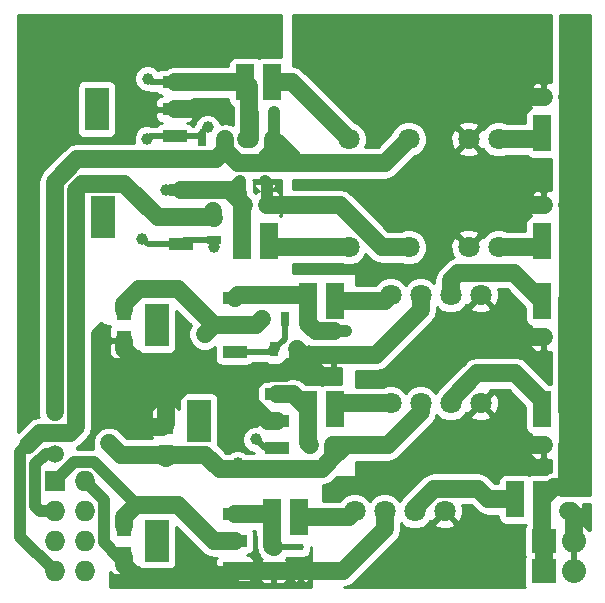
<source format=gtl>
G04 #@! TF.FileFunction,Copper,L1,Top,Signal*
%FSLAX46Y46*%
G04 Gerber Fmt 4.6, Leading zero omitted, Abs format (unit mm)*
G04 Created by KiCad (PCBNEW 4.0.2-4+6225~38~ubuntu14.04.1-stable) date Fri 18 Mar 2016 20:07:36 GMT*
%MOMM*%
G01*
G04 APERTURE LIST*
%ADD10C,0.100000*%
%ADD11R,1.250000X1.000000*%
%ADD12R,1.000000X1.250000*%
%ADD13R,1.230000X1.800000*%
%ADD14C,1.800000*%
%ADD15R,1.520000X3.050000*%
%ADD16R,0.700000X1.300000*%
%ADD17R,1.300000X0.700000*%
%ADD18R,2.032000X3.657600*%
%ADD19R,2.032000X1.016000*%
%ADD20R,2.032000X2.032000*%
%ADD21O,2.032000X2.032000*%
%ADD22R,1.727200X1.727200*%
%ADD23O,1.727200X1.727200*%
%ADD24R,0.590000X0.450000*%
%ADD25R,0.450000X0.590000*%
%ADD26C,1.500000*%
%ADD27C,1.000000*%
%ADD28C,1.500000*%
%ADD29C,1.016000*%
%ADD30C,0.508000*%
%ADD31C,0.254000*%
G04 APERTURE END LIST*
D10*
D11*
X147320000Y-140732000D03*
X147320000Y-142732000D03*
D12*
X147304000Y-128016000D03*
X145304000Y-128016000D03*
X147304000Y-137160000D03*
X145304000Y-137160000D03*
X147304000Y-116840000D03*
X145304000Y-116840000D03*
X147304000Y-107696000D03*
X145304000Y-107696000D03*
D11*
X122428000Y-145812000D03*
X122428000Y-147812000D03*
X127508000Y-127524000D03*
X127508000Y-129524000D03*
D12*
X125492000Y-137160000D03*
X127492000Y-137160000D03*
X119904000Y-116840000D03*
X121904000Y-116840000D03*
X120412000Y-111252000D03*
X122412000Y-111252000D03*
D13*
X109728000Y-146598000D03*
X109728000Y-143978000D03*
X113284000Y-137962000D03*
X113284000Y-135342000D03*
D14*
X131826000Y-142748000D03*
X129286000Y-142748000D03*
X134366000Y-142748000D03*
X136906000Y-142748000D03*
X134874000Y-124460000D03*
X132334000Y-124460000D03*
X137414000Y-124460000D03*
X139954000Y-124460000D03*
X134874000Y-133604000D03*
X132334000Y-133604000D03*
X137414000Y-133604000D03*
X139954000Y-133604000D03*
X141478000Y-120396000D03*
X138938000Y-120396000D03*
X133858000Y-120396000D03*
X128778000Y-120396000D03*
X141478000Y-111252000D03*
X138938000Y-111252000D03*
X133858000Y-111252000D03*
X128778000Y-111252000D03*
D15*
X145163000Y-141732000D03*
X142873000Y-141732000D03*
X147449000Y-124968000D03*
X145159000Y-124968000D03*
X147449000Y-134112000D03*
X145159000Y-134112000D03*
X147449000Y-119888000D03*
X145159000Y-119888000D03*
X147449000Y-110744000D03*
X145159000Y-110744000D03*
X124589000Y-143256000D03*
X122299000Y-143256000D03*
X127637000Y-124968000D03*
X125347000Y-124968000D03*
X127637000Y-134112000D03*
X125347000Y-134112000D03*
X122049000Y-119888000D03*
X119759000Y-119888000D03*
X122303000Y-106426000D03*
X120013000Y-106426000D03*
D16*
X122494000Y-129032000D03*
X124394000Y-129032000D03*
X116398000Y-111252000D03*
X118298000Y-111252000D03*
X121478000Y-126492000D03*
X123378000Y-126492000D03*
D17*
X117348000Y-117922000D03*
X117348000Y-119822000D03*
D18*
X107950000Y-117856000D03*
D19*
X114554000Y-117856000D03*
X114554000Y-115570000D03*
X114554000Y-120142000D03*
D18*
X112522000Y-145288000D03*
D19*
X119126000Y-145288000D03*
X119126000Y-143002000D03*
X119126000Y-147574000D03*
D18*
X112522000Y-127000000D03*
D19*
X119126000Y-127000000D03*
X119126000Y-124714000D03*
X119126000Y-129286000D03*
D18*
X107442000Y-108712000D03*
D19*
X114046000Y-108712000D03*
X114046000Y-106426000D03*
X114046000Y-110998000D03*
D18*
X116078000Y-135128000D03*
D19*
X122682000Y-135128000D03*
X122682000Y-132842000D03*
X122682000Y-137414000D03*
D13*
X109728000Y-128310000D03*
X109728000Y-125690000D03*
D20*
X145288000Y-147828000D03*
D21*
X147828000Y-147828000D03*
D22*
X103886000Y-140208000D03*
D23*
X106426000Y-140208000D03*
X103886000Y-142748000D03*
X106426000Y-142748000D03*
X103886000Y-145288000D03*
X106426000Y-145288000D03*
X103886000Y-147828000D03*
X106426000Y-147828000D03*
D20*
X145288000Y-145288000D03*
D21*
X147828000Y-145288000D03*
D24*
X120357000Y-108966000D03*
X122467000Y-108966000D03*
X119595000Y-114808000D03*
X121705000Y-114808000D03*
D25*
X124714000Y-145757000D03*
X124714000Y-147867000D03*
D26*
X144272000Y-107696000D03*
X144272000Y-116840000D03*
X144272000Y-128016000D03*
X144272000Y-137160000D03*
X116332000Y-147320000D03*
D27*
X128524000Y-127508000D03*
X113284000Y-115570000D03*
D26*
X108481990Y-136971817D03*
D27*
X119380000Y-138684000D03*
D26*
X116586000Y-127762000D03*
D27*
X122460000Y-129032000D03*
X111252000Y-119673000D03*
X117348000Y-120396000D03*
X111712504Y-111204504D03*
X116840000Y-110236000D03*
D26*
X110236000Y-135636000D03*
D27*
X124460000Y-129032000D03*
X120904000Y-134112000D03*
X125476000Y-135636000D03*
X111760000Y-106133000D03*
D26*
X115697000Y-108585000D03*
X103886000Y-134389990D03*
X103886000Y-137922000D03*
X118298000Y-112202000D03*
D27*
X113284000Y-117641000D03*
X117282000Y-117324002D03*
X120904000Y-136652000D03*
D28*
X147304000Y-137160000D02*
X147449000Y-137015000D01*
X147449000Y-137015000D02*
X147449000Y-134112000D01*
X147320000Y-140732000D02*
X147304000Y-140716000D01*
X147304000Y-140716000D02*
X147304000Y-137160000D01*
X147449000Y-134112000D02*
X147304000Y-133967000D01*
X147304000Y-133967000D02*
X147304000Y-128016000D01*
X147304000Y-134257000D02*
X147449000Y-134112000D01*
X147449000Y-124968000D02*
X147449000Y-119888000D01*
X147304000Y-116840000D02*
X147449000Y-116695000D01*
X147449000Y-116695000D02*
X147449000Y-107841000D01*
X147449000Y-107841000D02*
X147304000Y-107696000D01*
X147320000Y-140732000D02*
X146163000Y-140732000D01*
X146163000Y-140732000D02*
X145163000Y-141732000D01*
X147304000Y-124823000D02*
X147304000Y-128016000D01*
X147449000Y-116695000D02*
X147449000Y-119888000D01*
X147304000Y-124823000D02*
X147449000Y-124968000D01*
X147449000Y-134112000D02*
X147304000Y-134257000D01*
X145163000Y-145163000D02*
X145163000Y-141732000D01*
X145288000Y-145288000D02*
X145163000Y-145163000D01*
X145288000Y-147828000D02*
X145288000Y-145288000D01*
X147320000Y-142732000D02*
X147574000Y-142732000D01*
X147574000Y-142732000D02*
X147828000Y-142986000D01*
X147828000Y-142986000D02*
X147320000Y-142732000D01*
X145304000Y-107696000D02*
X144272000Y-107696000D01*
X145304000Y-116840000D02*
X144272000Y-116840000D01*
X145304000Y-137160000D02*
X144272000Y-137160000D01*
X145304000Y-128016000D02*
X144272000Y-128016000D01*
X147828000Y-142986000D02*
X147828000Y-145288000D01*
D29*
X109728000Y-146598000D02*
X109260000Y-146598000D01*
X109260000Y-146598000D02*
X108051601Y-145389601D01*
X108051601Y-145389601D02*
X108051601Y-141833601D01*
X108051601Y-141833601D02*
X106426000Y-140208000D01*
D28*
X118618000Y-148336000D02*
X117348000Y-148336000D01*
X118618000Y-148336000D02*
X118634000Y-148066000D01*
X119364000Y-147812000D02*
X122428000Y-147812000D01*
X128286000Y-147812000D02*
X122428000Y-147812000D01*
X131826000Y-142748000D02*
X131826000Y-144272000D01*
X131826000Y-144272000D02*
X128286000Y-147812000D01*
X119142000Y-147812000D02*
X119364000Y-147812000D01*
X118618000Y-148336000D02*
X119142000Y-147812000D01*
X116332000Y-147320000D02*
X115316000Y-148336000D01*
X116332000Y-147320000D02*
X117348000Y-148336000D01*
X117348000Y-148336000D02*
X115316000Y-148336000D01*
X115316000Y-148336000D02*
X110744000Y-148336000D01*
X110744000Y-148336000D02*
X109728000Y-147320000D01*
X109728000Y-147320000D02*
X109728000Y-146598000D01*
D30*
X124714000Y-145757000D02*
X124659000Y-145812000D01*
D28*
X122045000Y-143002000D02*
X122299000Y-143256000D01*
X119126000Y-143002000D02*
X122045000Y-143002000D01*
X122299000Y-145683000D02*
X122299000Y-143256000D01*
X122428000Y-145812000D02*
X122299000Y-145683000D01*
D30*
X124659000Y-145812000D02*
X122428000Y-145812000D01*
D28*
X125347000Y-124968000D02*
X124839000Y-124460000D01*
X124839000Y-124460000D02*
X119380000Y-124460000D01*
X119380000Y-124460000D02*
X119126000Y-124714000D01*
X125347000Y-126109000D02*
X125347000Y-126871000D01*
X125347000Y-124968000D02*
X125347000Y-126871000D01*
X126000000Y-127524000D02*
X127508000Y-127524000D01*
X125347000Y-126871000D02*
X126000000Y-127524000D01*
D29*
X127524000Y-127508000D02*
X128524000Y-127508000D01*
X127508000Y-127524000D02*
X127524000Y-127508000D01*
D30*
X114554000Y-115570000D02*
X113284000Y-115570000D01*
D28*
X119759000Y-116985000D02*
X119904000Y-116840000D01*
X119759000Y-119888000D02*
X119759000Y-116985000D01*
X119634000Y-116570000D02*
X118634000Y-115570000D01*
X119904000Y-116840000D02*
X119634000Y-116570000D01*
X118634000Y-115570000D02*
X114554000Y-115570000D01*
D29*
X118833000Y-115570000D02*
X118634000Y-115570000D01*
X119595000Y-115863000D02*
X119634000Y-115824000D01*
X119634000Y-115824000D02*
X119634000Y-116570000D01*
X119595000Y-116531000D02*
X119595000Y-115863000D01*
X119595000Y-114808000D02*
X118833000Y-115570000D01*
X119595000Y-114808000D02*
X119595000Y-116531000D01*
D28*
X108481990Y-136971817D02*
X109472173Y-137962000D01*
X109472173Y-137962000D02*
X113284000Y-137962000D01*
X113284000Y-137962000D02*
X113284000Y-138247000D01*
X128524000Y-137160000D02*
X127492000Y-138192000D01*
X127492000Y-137160000D02*
X127492000Y-138192000D01*
X127492000Y-138192000D02*
X126492000Y-139192000D01*
X127492000Y-137160000D02*
X128524000Y-137160000D01*
X128524000Y-137160000D02*
X132080000Y-137160000D01*
X132080000Y-137160000D02*
X134874000Y-134366000D01*
X134874000Y-134366000D02*
X134874000Y-133604000D01*
X116626000Y-137962000D02*
X113284000Y-137962000D01*
X126492000Y-139192000D02*
X119380000Y-139192000D01*
X117856000Y-139192000D02*
X116626000Y-137962000D01*
D30*
X119380000Y-138684000D02*
X119380000Y-139192000D01*
D28*
X119380000Y-139192000D02*
X117856000Y-139192000D01*
D29*
X103886000Y-140208000D02*
X105511601Y-138582399D01*
X105511601Y-138582399D02*
X107206289Y-138582399D01*
X107206289Y-138582399D02*
X110744000Y-142120110D01*
X110744000Y-142120110D02*
X110744000Y-142240000D01*
D28*
X119126000Y-145288000D02*
X117348000Y-145288000D01*
X114300000Y-142240000D02*
X110744000Y-142240000D01*
X114300000Y-142240000D02*
X117348000Y-145288000D01*
X110744000Y-142240000D02*
X109728000Y-143256000D01*
X109728000Y-143256000D02*
X109728000Y-143978000D01*
X109728000Y-125690000D02*
X109728000Y-125222000D01*
X109728000Y-125222000D02*
X110998000Y-123952000D01*
X110998000Y-123952000D02*
X114300000Y-123952000D01*
X114300000Y-123952000D02*
X117348000Y-127000000D01*
X116586000Y-127762000D02*
X117348000Y-127000000D01*
X119126000Y-127000000D02*
X120970000Y-127000000D01*
X119126000Y-127000000D02*
X117348000Y-127000000D01*
X120970000Y-127000000D02*
X121478000Y-126492000D01*
X128778000Y-143256000D02*
X124589000Y-143256000D01*
X129286000Y-142748000D02*
X128778000Y-143256000D01*
X134366000Y-142748000D02*
X134366000Y-142470078D01*
X134366000Y-142470078D02*
X135992079Y-140843999D01*
X135992079Y-140843999D02*
X139724999Y-140843999D01*
X139724999Y-140843999D02*
X140613000Y-141732000D01*
X140613000Y-141732000D02*
X142873000Y-141732000D01*
X132334000Y-124460000D02*
X131826000Y-124968000D01*
X131826000Y-124968000D02*
X127637000Y-124968000D01*
X137414000Y-124460000D02*
X137414000Y-123187208D01*
X137414000Y-123187208D02*
X138045209Y-122555999D01*
X138045209Y-122555999D02*
X142746999Y-122555999D01*
X142746999Y-122555999D02*
X145159000Y-124968000D01*
X137414000Y-133604000D02*
X137414000Y-133326078D01*
X137414000Y-133326078D02*
X139653078Y-131087000D01*
X139653078Y-131087000D02*
X142899000Y-131087000D01*
X142899000Y-131087000D02*
X145159000Y-133347000D01*
X145159000Y-133347000D02*
X145159000Y-134112000D01*
X144651000Y-120396000D02*
X141478000Y-120396000D01*
X145159000Y-119888000D02*
X144651000Y-120396000D01*
X122557000Y-120396000D02*
X122049000Y-119888000D01*
X128778000Y-120396000D02*
X122557000Y-120396000D01*
X144651000Y-111252000D02*
X141478000Y-111252000D01*
X145159000Y-110744000D02*
X144651000Y-111252000D01*
D30*
X119126000Y-129286000D02*
X122240000Y-129286000D01*
X122240000Y-129286000D02*
X123378000Y-128148000D01*
X123378000Y-128148000D02*
X123378000Y-126492000D01*
X111760000Y-120142000D02*
X111291000Y-119673000D01*
X111291000Y-119673000D02*
X111252000Y-119673000D01*
X114554000Y-120142000D02*
X111760000Y-120142000D01*
X114874000Y-119822000D02*
X117348000Y-119822000D01*
X114554000Y-120142000D02*
X114874000Y-119822000D01*
X117348000Y-119822000D02*
X117348000Y-120396000D01*
X114046000Y-110998000D02*
X111919008Y-110998000D01*
X111919008Y-110998000D02*
X111712504Y-111204504D01*
X116840000Y-110236000D02*
X116398000Y-110678000D01*
X116398000Y-110678000D02*
X116398000Y-111252000D01*
X116144000Y-110998000D02*
X116398000Y-111252000D01*
X114046000Y-110998000D02*
X116144000Y-110998000D01*
D28*
X110236000Y-135636000D02*
X112990000Y-135636000D01*
X112990000Y-135636000D02*
X113284000Y-135342000D01*
X109728000Y-128310000D02*
X109728000Y-129032000D01*
X109728000Y-129032000D02*
X112776000Y-132080000D01*
X112776000Y-132080000D02*
X114808000Y-132080000D01*
X124452000Y-130040000D02*
X124452000Y-129090000D01*
X124452000Y-129090000D02*
X124394000Y-129032000D01*
X113284000Y-135342000D02*
X113284000Y-135128000D01*
X113284000Y-135342000D02*
X113284000Y-133604000D01*
X113284000Y-133604000D02*
X114808000Y-132080000D01*
X124968000Y-129524000D02*
X124452000Y-130040000D01*
X124452000Y-130040000D02*
X123428000Y-131064000D01*
X123428000Y-131064000D02*
X121412000Y-131064000D01*
X127508000Y-129524000D02*
X124968000Y-129524000D01*
X124968000Y-129524000D02*
X124886000Y-129524000D01*
X124886000Y-129524000D02*
X124394000Y-129032000D01*
X120904000Y-134112000D02*
X121920000Y-135128000D01*
X121920000Y-135128000D02*
X122682000Y-135128000D01*
X127508000Y-129524000D02*
X131080000Y-129524000D01*
X134874000Y-125730000D02*
X134874000Y-124460000D01*
X131080000Y-129524000D02*
X134874000Y-125730000D01*
X119634000Y-132842000D02*
X120904000Y-134112000D01*
X120396000Y-132080000D02*
X119634000Y-132842000D01*
X118872000Y-132080000D02*
X119634000Y-132842000D01*
X114808000Y-132080000D02*
X118872000Y-132080000D01*
X118872000Y-132080000D02*
X120396000Y-132080000D01*
X121412000Y-131064000D02*
X120396000Y-132080000D01*
X122682000Y-132842000D02*
X124077000Y-132842000D01*
X124077000Y-132842000D02*
X125347000Y-134112000D01*
X125347000Y-134112000D02*
X125347000Y-137015000D01*
X125347000Y-137015000D02*
X125492000Y-137160000D01*
D29*
X125347000Y-135507000D02*
X125476000Y-135636000D01*
X125347000Y-134112000D02*
X125347000Y-135507000D01*
D30*
X114046000Y-106426000D02*
X112053000Y-106426000D01*
X112053000Y-106426000D02*
X111760000Y-106133000D01*
D28*
X120013000Y-106426000D02*
X117602000Y-106426000D01*
X117602000Y-106426000D02*
X114046000Y-106426000D01*
D30*
X117602000Y-106348000D02*
X117602000Y-106426000D01*
D28*
X120013000Y-106426000D02*
X120158000Y-106571000D01*
X120357000Y-106770000D02*
X120013000Y-106426000D01*
X120412000Y-111252000D02*
X120357000Y-111197000D01*
X120357000Y-106770000D02*
X120013000Y-106426000D01*
X120357000Y-108966000D02*
X120357000Y-106770000D01*
X120052002Y-111252000D02*
X120412000Y-111252000D01*
X120357000Y-110947002D02*
X120052002Y-111252000D01*
X120412000Y-109021000D02*
X120357000Y-108966000D01*
X120357000Y-108966000D02*
X120357000Y-110947002D01*
X120412000Y-111252000D02*
X120412000Y-109021000D01*
X127637000Y-134112000D02*
X128145000Y-133604000D01*
X128145000Y-133604000D02*
X132334000Y-133604000D01*
X123952000Y-106426000D02*
X128778000Y-111252000D01*
X122303000Y-106426000D02*
X123952000Y-106426000D01*
D29*
X121904000Y-115007000D02*
X121904000Y-116840000D01*
X121705000Y-114808000D02*
X121904000Y-115007000D01*
D28*
X115570000Y-108712000D02*
X115697000Y-108585000D01*
X114046000Y-108712000D02*
X115570000Y-108712000D01*
X128016000Y-116840000D02*
X131572000Y-120396000D01*
X131572000Y-120396000D02*
X133858000Y-120396000D01*
X121904000Y-116840000D02*
X128016000Y-116840000D01*
X103886000Y-134389990D02*
X103886000Y-114867456D01*
X103886000Y-114867456D02*
X105801457Y-112951999D01*
X105801457Y-112951999D02*
X117548001Y-112951999D01*
X117548001Y-112951999D02*
X118298000Y-112202000D01*
D29*
X103124000Y-137922000D02*
X103886000Y-137922000D01*
X102260399Y-138785601D02*
X103124000Y-137922000D01*
X103886000Y-142748000D02*
X102664686Y-142748000D01*
X102664686Y-142748000D02*
X102260399Y-142343713D01*
X102260399Y-142343713D02*
X102260399Y-138785601D01*
D28*
X118298000Y-111252000D02*
X118298000Y-112202000D01*
X118298000Y-112202000D02*
X119380000Y-113284000D01*
X121412000Y-113284000D02*
X122412000Y-112284000D01*
X124444000Y-113284000D02*
X121412000Y-113284000D01*
X121412000Y-113284000D02*
X121920000Y-113284000D01*
X122412000Y-112792000D02*
X122428000Y-112776000D01*
X122428000Y-112776000D02*
X122428000Y-112268000D01*
X122428000Y-112268000D02*
X122428000Y-112776000D01*
X119380000Y-113284000D02*
X121920000Y-113284000D01*
X121920000Y-113284000D02*
X122428000Y-112776000D01*
X122428000Y-112776000D02*
X123182000Y-112022000D01*
X124444000Y-113284000D02*
X123182000Y-112022000D01*
X131826000Y-113284000D02*
X124444000Y-113284000D01*
X122412000Y-112284000D02*
X122412000Y-111252000D01*
X122412000Y-111252000D02*
X122412000Y-112792000D01*
X133858000Y-111252000D02*
X131826000Y-113284000D01*
X123182000Y-112022000D02*
X122412000Y-111252000D01*
D29*
X122467000Y-111197000D02*
X122412000Y-111252000D01*
X122467000Y-108966000D02*
X122467000Y-111197000D01*
D28*
X105664000Y-115570000D02*
X105664000Y-135636000D01*
X105664000Y-135636000D02*
X105156000Y-136144000D01*
X106210801Y-115023199D02*
X105664000Y-115570000D01*
X114554000Y-117856000D02*
X112602002Y-117856000D01*
X112602002Y-117856000D02*
X109769201Y-115023199D01*
X109769201Y-115023199D02*
X106210801Y-115023199D01*
X102616000Y-136144000D02*
X105156000Y-136144000D01*
X101600000Y-137160000D02*
X102616000Y-136144000D01*
D29*
X100990389Y-137769611D02*
X101600000Y-137160000D01*
X103886000Y-147828000D02*
X100990389Y-144932389D01*
X100990389Y-144932389D02*
X100990389Y-137769611D01*
D30*
X113538000Y-117856000D02*
X113323000Y-117641000D01*
X113323000Y-117641000D02*
X113284000Y-117641000D01*
X114554000Y-117856000D02*
X113538000Y-117856000D01*
D28*
X117282000Y-117856000D02*
X117282000Y-117324002D01*
X117348000Y-117922000D02*
X117282000Y-117856000D01*
X117282000Y-117856000D02*
X114554000Y-117856000D01*
D30*
X120904000Y-136652000D02*
X121666000Y-137414000D01*
X121666000Y-137414000D02*
X122682000Y-137414000D01*
D31*
G36*
X149175000Y-141351000D02*
X147594109Y-141351000D01*
X147574000Y-141347000D01*
X147320000Y-141347000D01*
X147299891Y-141351000D01*
X146685000Y-141351000D01*
X146685000Y-137180109D01*
X146689000Y-137160000D01*
X146685000Y-137139891D01*
X146685000Y-128036109D01*
X146689000Y-128016000D01*
X146685000Y-127995891D01*
X146685000Y-116860109D01*
X146689000Y-116840000D01*
X146685000Y-116819891D01*
X146685000Y-107716109D01*
X146689000Y-107696000D01*
X146685000Y-107675891D01*
X146685000Y-100761000D01*
X149175000Y-100761000D01*
X149175000Y-141351000D01*
X149175000Y-141351000D01*
G37*
X149175000Y-141351000D02*
X147594109Y-141351000D01*
X147574000Y-141347000D01*
X147320000Y-141347000D01*
X147299891Y-141351000D01*
X146685000Y-141351000D01*
X146685000Y-137180109D01*
X146689000Y-137160000D01*
X146685000Y-137139891D01*
X146685000Y-128036109D01*
X146689000Y-128016000D01*
X146685000Y-127995891D01*
X146685000Y-116860109D01*
X146689000Y-116840000D01*
X146685000Y-116819891D01*
X146685000Y-107716109D01*
X146689000Y-107696000D01*
X146685000Y-107675891D01*
X146685000Y-100761000D01*
X149175000Y-100761000D01*
X149175000Y-141351000D01*
G36*
X139633657Y-142711343D02*
X140082983Y-143011573D01*
X140613000Y-143117000D01*
X141465560Y-143117000D01*
X141465560Y-143257000D01*
X141509838Y-143492317D01*
X141648910Y-143708441D01*
X141861110Y-143853431D01*
X142113000Y-143904440D01*
X143633000Y-143904440D01*
X143772543Y-143878183D01*
X143675569Y-144020110D01*
X143624560Y-144272000D01*
X143624560Y-146304000D01*
X143668838Y-146539317D01*
X143678993Y-146555099D01*
X143675569Y-146560110D01*
X143624560Y-146812000D01*
X143624560Y-148844000D01*
X143668838Y-149079317D01*
X143730408Y-149175000D01*
X128396601Y-149175000D01*
X128816017Y-149091573D01*
X129265343Y-148791343D01*
X132805343Y-145251343D01*
X132933121Y-145060110D01*
X133105573Y-144802017D01*
X133211000Y-144272000D01*
X133211000Y-143763696D01*
X133495357Y-144048551D01*
X134059330Y-144282733D01*
X134669991Y-144283265D01*
X135234371Y-144050068D01*
X135456668Y-143828159D01*
X136005446Y-143828159D01*
X136091852Y-144084643D01*
X136665336Y-144294458D01*
X137275460Y-144268839D01*
X137720148Y-144084643D01*
X137806554Y-143828159D01*
X136906000Y-142927605D01*
X136005446Y-143828159D01*
X135456668Y-143828159D01*
X135666551Y-143618643D01*
X135675203Y-143597806D01*
X135825841Y-143648554D01*
X136726395Y-142748000D01*
X136712253Y-142733858D01*
X136891858Y-142554253D01*
X136906000Y-142568395D01*
X136920143Y-142554253D01*
X137099748Y-142733858D01*
X137085605Y-142748000D01*
X137986159Y-143648554D01*
X138242643Y-143562148D01*
X138452458Y-142988664D01*
X138426839Y-142378540D01*
X138364897Y-142228999D01*
X139151313Y-142228999D01*
X139633657Y-142711343D01*
X139633657Y-142711343D01*
G37*
X139633657Y-142711343D02*
X140082983Y-143011573D01*
X140613000Y-143117000D01*
X141465560Y-143117000D01*
X141465560Y-143257000D01*
X141509838Y-143492317D01*
X141648910Y-143708441D01*
X141861110Y-143853431D01*
X142113000Y-143904440D01*
X143633000Y-143904440D01*
X143772543Y-143878183D01*
X143675569Y-144020110D01*
X143624560Y-144272000D01*
X143624560Y-146304000D01*
X143668838Y-146539317D01*
X143678993Y-146555099D01*
X143675569Y-146560110D01*
X143624560Y-146812000D01*
X143624560Y-148844000D01*
X143668838Y-149079317D01*
X143730408Y-149175000D01*
X128396601Y-149175000D01*
X128816017Y-149091573D01*
X129265343Y-148791343D01*
X132805343Y-145251343D01*
X132933121Y-145060110D01*
X133105573Y-144802017D01*
X133211000Y-144272000D01*
X133211000Y-143763696D01*
X133495357Y-144048551D01*
X134059330Y-144282733D01*
X134669991Y-144283265D01*
X135234371Y-144050068D01*
X135456668Y-143828159D01*
X136005446Y-143828159D01*
X136091852Y-144084643D01*
X136665336Y-144294458D01*
X137275460Y-144268839D01*
X137720148Y-144084643D01*
X137806554Y-143828159D01*
X136906000Y-142927605D01*
X136005446Y-143828159D01*
X135456668Y-143828159D01*
X135666551Y-143618643D01*
X135675203Y-143597806D01*
X135825841Y-143648554D01*
X136726395Y-142748000D01*
X136712253Y-142733858D01*
X136891858Y-142554253D01*
X136906000Y-142568395D01*
X136920143Y-142554253D01*
X137099748Y-142733858D01*
X137085605Y-142748000D01*
X137986159Y-143648554D01*
X138242643Y-143562148D01*
X138452458Y-142988664D01*
X138426839Y-142378540D01*
X138364897Y-142228999D01*
X139151313Y-142228999D01*
X139633657Y-142711343D01*
G36*
X147955000Y-145161000D02*
X147975000Y-145161000D01*
X147975000Y-145415000D01*
X147955000Y-145415000D01*
X147955000Y-147701000D01*
X147975000Y-147701000D01*
X147975000Y-147955000D01*
X147955000Y-147955000D01*
X147955000Y-147975000D01*
X147701000Y-147975000D01*
X147701000Y-147955000D01*
X147681000Y-147955000D01*
X147681000Y-147701000D01*
X147701000Y-147701000D01*
X147701000Y-145415000D01*
X147681000Y-145415000D01*
X147681000Y-145161000D01*
X147701000Y-145161000D01*
X147701000Y-145141000D01*
X147955000Y-145141000D01*
X147955000Y-145161000D01*
X147955000Y-145161000D01*
G37*
X147955000Y-145161000D02*
X147975000Y-145161000D01*
X147975000Y-145415000D01*
X147955000Y-145415000D01*
X147955000Y-147701000D01*
X147975000Y-147701000D01*
X147975000Y-147955000D01*
X147955000Y-147955000D01*
X147955000Y-147975000D01*
X147701000Y-147975000D01*
X147701000Y-147955000D01*
X147681000Y-147955000D01*
X147681000Y-147701000D01*
X147701000Y-147701000D01*
X147701000Y-145415000D01*
X147681000Y-145415000D01*
X147681000Y-145161000D01*
X147701000Y-145161000D01*
X147701000Y-145141000D01*
X147955000Y-145141000D01*
X147955000Y-145161000D01*
G36*
X149175000Y-144340991D02*
X149165188Y-144319621D01*
X148692818Y-143881615D01*
X148339679Y-143735347D01*
X148483327Y-143591698D01*
X148580000Y-143358309D01*
X148580000Y-143017750D01*
X148421250Y-142859000D01*
X147447000Y-142859000D01*
X147447000Y-142879000D01*
X147193000Y-142879000D01*
X147193000Y-142859000D01*
X147173000Y-142859000D01*
X147173000Y-142605000D01*
X147193000Y-142605000D01*
X147193000Y-142585000D01*
X147447000Y-142585000D01*
X147447000Y-142605000D01*
X148421250Y-142605000D01*
X148580000Y-142446250D01*
X148580000Y-142113000D01*
X149175000Y-142113000D01*
X149175000Y-144340991D01*
X149175000Y-144340991D01*
G37*
X149175000Y-144340991D02*
X149165188Y-144319621D01*
X148692818Y-143881615D01*
X148339679Y-143735347D01*
X148483327Y-143591698D01*
X148580000Y-143358309D01*
X148580000Y-143017750D01*
X148421250Y-142859000D01*
X147447000Y-142859000D01*
X147447000Y-142879000D01*
X147193000Y-142879000D01*
X147193000Y-142859000D01*
X147173000Y-142859000D01*
X147173000Y-142605000D01*
X147193000Y-142605000D01*
X147193000Y-142585000D01*
X147447000Y-142585000D01*
X147447000Y-142605000D01*
X148421250Y-142605000D01*
X148580000Y-142446250D01*
X148580000Y-142113000D01*
X149175000Y-142113000D01*
X149175000Y-144340991D01*
G36*
X143751560Y-133898246D02*
X143751560Y-135637000D01*
X143795838Y-135872317D01*
X143934910Y-136088441D01*
X144147110Y-136233431D01*
X144234283Y-136251084D01*
X144169000Y-136408690D01*
X144169000Y-136874250D01*
X144327750Y-137033000D01*
X145177000Y-137033000D01*
X145177000Y-137013000D01*
X145431000Y-137013000D01*
X145431000Y-137033000D01*
X145451000Y-137033000D01*
X145451000Y-137287000D01*
X145431000Y-137287000D01*
X145431000Y-138261250D01*
X145589750Y-138420000D01*
X145919000Y-138420000D01*
X145919000Y-139395534D01*
X145632984Y-139452426D01*
X145472647Y-139559560D01*
X144403000Y-139559560D01*
X144167683Y-139603838D01*
X144016973Y-139700817D01*
X143884890Y-139610569D01*
X143633000Y-139559560D01*
X142113000Y-139559560D01*
X141877683Y-139603838D01*
X141661559Y-139742910D01*
X141516569Y-139955110D01*
X141465560Y-140207000D01*
X141465560Y-140347000D01*
X141186686Y-140347000D01*
X140704342Y-139864656D01*
X140559551Y-139767910D01*
X140255016Y-139564426D01*
X139724999Y-139458999D01*
X135992079Y-139458999D01*
X135462062Y-139564426D01*
X135157527Y-139767910D01*
X135012736Y-139864656D01*
X133386657Y-141490735D01*
X133254271Y-141688865D01*
X133095677Y-141847182D01*
X132696643Y-141447449D01*
X132132670Y-141213267D01*
X131522009Y-141212735D01*
X130957629Y-141445932D01*
X130555677Y-141847182D01*
X130156643Y-141447449D01*
X129592670Y-141213267D01*
X128982009Y-141212735D01*
X128417629Y-141445932D01*
X127991817Y-141871000D01*
X126619000Y-141871000D01*
X126619000Y-140551738D01*
X127022017Y-140471573D01*
X127471343Y-140171343D01*
X127815686Y-139827000D01*
X129286000Y-139827000D01*
X129335410Y-139816994D01*
X129377035Y-139788553D01*
X129404315Y-139746159D01*
X129413000Y-139700000D01*
X129413000Y-138545000D01*
X132080000Y-138545000D01*
X132610017Y-138439573D01*
X133059343Y-138139343D01*
X133752936Y-137445750D01*
X144169000Y-137445750D01*
X144169000Y-137911310D01*
X144265673Y-138144699D01*
X144444302Y-138323327D01*
X144677691Y-138420000D01*
X145018250Y-138420000D01*
X145177000Y-138261250D01*
X145177000Y-137287000D01*
X144327750Y-137287000D01*
X144169000Y-137445750D01*
X133752936Y-137445750D01*
X135853343Y-135345343D01*
X136153574Y-134896016D01*
X136216922Y-134577544D01*
X136543357Y-134904551D01*
X137107330Y-135138733D01*
X137717991Y-135139265D01*
X138282371Y-134906068D01*
X138504668Y-134684159D01*
X139053446Y-134684159D01*
X139139852Y-134940643D01*
X139713336Y-135150458D01*
X140323460Y-135124839D01*
X140768148Y-134940643D01*
X140854554Y-134684159D01*
X139954000Y-133783605D01*
X139053446Y-134684159D01*
X138504668Y-134684159D01*
X138714551Y-134474643D01*
X138723203Y-134453806D01*
X138873841Y-134504554D01*
X139774395Y-133604000D01*
X140133605Y-133604000D01*
X141034159Y-134504554D01*
X141290643Y-134418148D01*
X141500458Y-133844664D01*
X141474839Y-133234540D01*
X141290643Y-132789852D01*
X141034159Y-132703446D01*
X140133605Y-133604000D01*
X139774395Y-133604000D01*
X139760253Y-133589858D01*
X139939858Y-133410253D01*
X139954000Y-133424395D01*
X140854554Y-132523841D01*
X140837089Y-132472000D01*
X142325314Y-132472000D01*
X143751560Y-133898246D01*
X143751560Y-133898246D01*
G37*
X143751560Y-133898246D02*
X143751560Y-135637000D01*
X143795838Y-135872317D01*
X143934910Y-136088441D01*
X144147110Y-136233431D01*
X144234283Y-136251084D01*
X144169000Y-136408690D01*
X144169000Y-136874250D01*
X144327750Y-137033000D01*
X145177000Y-137033000D01*
X145177000Y-137013000D01*
X145431000Y-137013000D01*
X145431000Y-137033000D01*
X145451000Y-137033000D01*
X145451000Y-137287000D01*
X145431000Y-137287000D01*
X145431000Y-138261250D01*
X145589750Y-138420000D01*
X145919000Y-138420000D01*
X145919000Y-139395534D01*
X145632984Y-139452426D01*
X145472647Y-139559560D01*
X144403000Y-139559560D01*
X144167683Y-139603838D01*
X144016973Y-139700817D01*
X143884890Y-139610569D01*
X143633000Y-139559560D01*
X142113000Y-139559560D01*
X141877683Y-139603838D01*
X141661559Y-139742910D01*
X141516569Y-139955110D01*
X141465560Y-140207000D01*
X141465560Y-140347000D01*
X141186686Y-140347000D01*
X140704342Y-139864656D01*
X140559551Y-139767910D01*
X140255016Y-139564426D01*
X139724999Y-139458999D01*
X135992079Y-139458999D01*
X135462062Y-139564426D01*
X135157527Y-139767910D01*
X135012736Y-139864656D01*
X133386657Y-141490735D01*
X133254271Y-141688865D01*
X133095677Y-141847182D01*
X132696643Y-141447449D01*
X132132670Y-141213267D01*
X131522009Y-141212735D01*
X130957629Y-141445932D01*
X130555677Y-141847182D01*
X130156643Y-141447449D01*
X129592670Y-141213267D01*
X128982009Y-141212735D01*
X128417629Y-141445932D01*
X127991817Y-141871000D01*
X126619000Y-141871000D01*
X126619000Y-140551738D01*
X127022017Y-140471573D01*
X127471343Y-140171343D01*
X127815686Y-139827000D01*
X129286000Y-139827000D01*
X129335410Y-139816994D01*
X129377035Y-139788553D01*
X129404315Y-139746159D01*
X129413000Y-139700000D01*
X129413000Y-138545000D01*
X132080000Y-138545000D01*
X132610017Y-138439573D01*
X133059343Y-138139343D01*
X133752936Y-137445750D01*
X144169000Y-137445750D01*
X144169000Y-137911310D01*
X144265673Y-138144699D01*
X144444302Y-138323327D01*
X144677691Y-138420000D01*
X145018250Y-138420000D01*
X145177000Y-138261250D01*
X145177000Y-137287000D01*
X144327750Y-137287000D01*
X144169000Y-137445750D01*
X133752936Y-137445750D01*
X135853343Y-135345343D01*
X136153574Y-134896016D01*
X136216922Y-134577544D01*
X136543357Y-134904551D01*
X137107330Y-135138733D01*
X137717991Y-135139265D01*
X138282371Y-134906068D01*
X138504668Y-134684159D01*
X139053446Y-134684159D01*
X139139852Y-134940643D01*
X139713336Y-135150458D01*
X140323460Y-135124839D01*
X140768148Y-134940643D01*
X140854554Y-134684159D01*
X139954000Y-133783605D01*
X139053446Y-134684159D01*
X138504668Y-134684159D01*
X138714551Y-134474643D01*
X138723203Y-134453806D01*
X138873841Y-134504554D01*
X139774395Y-133604000D01*
X140133605Y-133604000D01*
X141034159Y-134504554D01*
X141290643Y-134418148D01*
X141500458Y-133844664D01*
X141474839Y-133234540D01*
X141290643Y-132789852D01*
X141034159Y-132703446D01*
X140133605Y-133604000D01*
X139774395Y-133604000D01*
X139760253Y-133589858D01*
X139939858Y-133410253D01*
X139954000Y-133424395D01*
X140854554Y-132523841D01*
X140837089Y-132472000D01*
X142325314Y-132472000D01*
X143751560Y-133898246D01*
G36*
X143751560Y-125519246D02*
X143751560Y-126493000D01*
X143795838Y-126728317D01*
X143934910Y-126944441D01*
X144147110Y-127089431D01*
X144234283Y-127107084D01*
X144169000Y-127264690D01*
X144169000Y-127730250D01*
X144327750Y-127889000D01*
X145177000Y-127889000D01*
X145177000Y-127869000D01*
X145431000Y-127869000D01*
X145431000Y-127889000D01*
X145451000Y-127889000D01*
X145451000Y-128143000D01*
X145431000Y-128143000D01*
X145431000Y-129117250D01*
X145589750Y-129276000D01*
X145919000Y-129276000D01*
X145919000Y-131939560D01*
X145710246Y-131939560D01*
X143878343Y-130107657D01*
X143798065Y-130054017D01*
X143429017Y-129807427D01*
X142899000Y-129702000D01*
X139653078Y-129702000D01*
X139123061Y-129807427D01*
X138754013Y-130054017D01*
X138673735Y-130107657D01*
X136434657Y-132346735D01*
X136302271Y-132544865D01*
X136143677Y-132703182D01*
X135744643Y-132303449D01*
X135180670Y-132069267D01*
X134570009Y-132068735D01*
X134005629Y-132301932D01*
X133603677Y-132703182D01*
X133204643Y-132303449D01*
X132640670Y-132069267D01*
X132030009Y-132068735D01*
X131666340Y-132219000D01*
X129413000Y-132219000D01*
X129413000Y-130909000D01*
X131080000Y-130909000D01*
X131610017Y-130803573D01*
X132059343Y-130503343D01*
X134260936Y-128301750D01*
X144169000Y-128301750D01*
X144169000Y-128767310D01*
X144265673Y-129000699D01*
X144444302Y-129179327D01*
X144677691Y-129276000D01*
X145018250Y-129276000D01*
X145177000Y-129117250D01*
X145177000Y-128143000D01*
X144327750Y-128143000D01*
X144169000Y-128301750D01*
X134260936Y-128301750D01*
X135853343Y-126709343D01*
X135962998Y-126545233D01*
X136153573Y-126260017D01*
X136259000Y-125730000D01*
X136259000Y-125475696D01*
X136543357Y-125760551D01*
X137107330Y-125994733D01*
X137717991Y-125995265D01*
X138282371Y-125762068D01*
X138504668Y-125540159D01*
X139053446Y-125540159D01*
X139139852Y-125796643D01*
X139713336Y-126006458D01*
X140323460Y-125980839D01*
X140768148Y-125796643D01*
X140854554Y-125540159D01*
X139954000Y-124639605D01*
X139053446Y-125540159D01*
X138504668Y-125540159D01*
X138714551Y-125330643D01*
X138723203Y-125309806D01*
X138873841Y-125360554D01*
X139774395Y-124460000D01*
X139760253Y-124445858D01*
X139939858Y-124266253D01*
X139954000Y-124280395D01*
X139968143Y-124266253D01*
X140147748Y-124445858D01*
X140133605Y-124460000D01*
X141034159Y-125360554D01*
X141290643Y-125274148D01*
X141500458Y-124700664D01*
X141474839Y-124090540D01*
X141412897Y-123940999D01*
X142173313Y-123940999D01*
X143751560Y-125519246D01*
X143751560Y-125519246D01*
G37*
X143751560Y-125519246D02*
X143751560Y-126493000D01*
X143795838Y-126728317D01*
X143934910Y-126944441D01*
X144147110Y-127089431D01*
X144234283Y-127107084D01*
X144169000Y-127264690D01*
X144169000Y-127730250D01*
X144327750Y-127889000D01*
X145177000Y-127889000D01*
X145177000Y-127869000D01*
X145431000Y-127869000D01*
X145431000Y-127889000D01*
X145451000Y-127889000D01*
X145451000Y-128143000D01*
X145431000Y-128143000D01*
X145431000Y-129117250D01*
X145589750Y-129276000D01*
X145919000Y-129276000D01*
X145919000Y-131939560D01*
X145710246Y-131939560D01*
X143878343Y-130107657D01*
X143798065Y-130054017D01*
X143429017Y-129807427D01*
X142899000Y-129702000D01*
X139653078Y-129702000D01*
X139123061Y-129807427D01*
X138754013Y-130054017D01*
X138673735Y-130107657D01*
X136434657Y-132346735D01*
X136302271Y-132544865D01*
X136143677Y-132703182D01*
X135744643Y-132303449D01*
X135180670Y-132069267D01*
X134570009Y-132068735D01*
X134005629Y-132301932D01*
X133603677Y-132703182D01*
X133204643Y-132303449D01*
X132640670Y-132069267D01*
X132030009Y-132068735D01*
X131666340Y-132219000D01*
X129413000Y-132219000D01*
X129413000Y-130909000D01*
X131080000Y-130909000D01*
X131610017Y-130803573D01*
X132059343Y-130503343D01*
X134260936Y-128301750D01*
X144169000Y-128301750D01*
X144169000Y-128767310D01*
X144265673Y-129000699D01*
X144444302Y-129179327D01*
X144677691Y-129276000D01*
X145018250Y-129276000D01*
X145177000Y-129117250D01*
X145177000Y-128143000D01*
X144327750Y-128143000D01*
X144169000Y-128301750D01*
X134260936Y-128301750D01*
X135853343Y-126709343D01*
X135962998Y-126545233D01*
X136153573Y-126260017D01*
X136259000Y-125730000D01*
X136259000Y-125475696D01*
X136543357Y-125760551D01*
X137107330Y-125994733D01*
X137717991Y-125995265D01*
X138282371Y-125762068D01*
X138504668Y-125540159D01*
X139053446Y-125540159D01*
X139139852Y-125796643D01*
X139713336Y-126006458D01*
X140323460Y-125980839D01*
X140768148Y-125796643D01*
X140854554Y-125540159D01*
X139954000Y-124639605D01*
X139053446Y-125540159D01*
X138504668Y-125540159D01*
X138714551Y-125330643D01*
X138723203Y-125309806D01*
X138873841Y-125360554D01*
X139774395Y-124460000D01*
X139760253Y-124445858D01*
X139939858Y-124266253D01*
X139954000Y-124280395D01*
X139968143Y-124266253D01*
X140147748Y-124445858D01*
X140133605Y-124460000D01*
X141034159Y-125360554D01*
X141290643Y-125274148D01*
X141500458Y-124700664D01*
X141474839Y-124090540D01*
X141412897Y-123940999D01*
X142173313Y-123940999D01*
X143751560Y-125519246D01*
G36*
X145923000Y-106436000D02*
X145589750Y-106436000D01*
X145431000Y-106594750D01*
X145431000Y-107569000D01*
X145451000Y-107569000D01*
X145451000Y-107823000D01*
X145431000Y-107823000D01*
X145431000Y-107843000D01*
X145177000Y-107843000D01*
X145177000Y-107823000D01*
X144327750Y-107823000D01*
X144169000Y-107981750D01*
X144169000Y-108447310D01*
X144233375Y-108602725D01*
X144163683Y-108615838D01*
X143947559Y-108754910D01*
X143802569Y-108967110D01*
X143751560Y-109219000D01*
X143751560Y-109867000D01*
X142145267Y-109867000D01*
X141784670Y-109717267D01*
X141174009Y-109716735D01*
X140609629Y-109949932D01*
X140177449Y-110381357D01*
X140168797Y-110402194D01*
X140018159Y-110351446D01*
X139117605Y-111252000D01*
X140018159Y-112152554D01*
X140168327Y-112101965D01*
X140175932Y-112120371D01*
X140607357Y-112552551D01*
X141171330Y-112786733D01*
X141781991Y-112787265D01*
X142145660Y-112637000D01*
X143881217Y-112637000D01*
X143934910Y-112720441D01*
X144147110Y-112865431D01*
X144399000Y-112916440D01*
X145919000Y-112916440D01*
X145923000Y-112915687D01*
X145923000Y-115580000D01*
X145589750Y-115580000D01*
X145431000Y-115738750D01*
X145431000Y-116713000D01*
X145451000Y-116713000D01*
X145451000Y-116967000D01*
X145431000Y-116967000D01*
X145431000Y-116987000D01*
X145177000Y-116987000D01*
X145177000Y-116967000D01*
X144327750Y-116967000D01*
X144169000Y-117125750D01*
X144169000Y-117591310D01*
X144233375Y-117746725D01*
X144163683Y-117759838D01*
X143947559Y-117898910D01*
X143802569Y-118111110D01*
X143751560Y-118363000D01*
X143751560Y-119011000D01*
X142145267Y-119011000D01*
X141784670Y-118861267D01*
X141174009Y-118860735D01*
X140609629Y-119093932D01*
X140177449Y-119525357D01*
X140168797Y-119546194D01*
X140018159Y-119495446D01*
X139117605Y-120396000D01*
X139131748Y-120410143D01*
X138952143Y-120589748D01*
X138938000Y-120575605D01*
X138923858Y-120589748D01*
X138744253Y-120410143D01*
X138758395Y-120396000D01*
X137857841Y-119495446D01*
X137601357Y-119581852D01*
X137391542Y-120155336D01*
X137417161Y-120765460D01*
X137601357Y-121210148D01*
X137693068Y-121241044D01*
X137515192Y-121276426D01*
X137065866Y-121576656D01*
X136434657Y-122207865D01*
X136134427Y-122657191D01*
X136029000Y-123187208D01*
X136029000Y-123444304D01*
X135744643Y-123159449D01*
X135180670Y-122925267D01*
X134570009Y-122924735D01*
X134005629Y-123157932D01*
X133603677Y-123559182D01*
X133204643Y-123159449D01*
X132640670Y-122925267D01*
X132030009Y-122924735D01*
X131465629Y-123157932D01*
X131039817Y-123583000D01*
X129413000Y-123583000D01*
X129413000Y-122682000D01*
X129402994Y-122632590D01*
X129374553Y-122590965D01*
X129332159Y-122563685D01*
X129286000Y-122555000D01*
X124079000Y-122555000D01*
X124079000Y-121781000D01*
X128110733Y-121781000D01*
X128471330Y-121930733D01*
X129081991Y-121931265D01*
X129646371Y-121698068D01*
X130078551Y-121266643D01*
X130197499Y-120980185D01*
X130592657Y-121375343D01*
X131041983Y-121675573D01*
X131572000Y-121781000D01*
X133190733Y-121781000D01*
X133551330Y-121930733D01*
X134161991Y-121931265D01*
X134726371Y-121698068D01*
X135158551Y-121266643D01*
X135392733Y-120702670D01*
X135393265Y-120092009D01*
X135160068Y-119527629D01*
X134948650Y-119315841D01*
X138037446Y-119315841D01*
X138938000Y-120216395D01*
X139838554Y-119315841D01*
X139752148Y-119059357D01*
X139178664Y-118849542D01*
X138568540Y-118875161D01*
X138123852Y-119059357D01*
X138037446Y-119315841D01*
X134948650Y-119315841D01*
X134728643Y-119095449D01*
X134164670Y-118861267D01*
X133554009Y-118860735D01*
X133190340Y-119011000D01*
X132145686Y-119011000D01*
X129223376Y-116088690D01*
X144169000Y-116088690D01*
X144169000Y-116554250D01*
X144327750Y-116713000D01*
X145177000Y-116713000D01*
X145177000Y-115738750D01*
X145018250Y-115580000D01*
X144677691Y-115580000D01*
X144444302Y-115676673D01*
X144265673Y-115855301D01*
X144169000Y-116088690D01*
X129223376Y-116088690D01*
X128995343Y-115860657D01*
X128987327Y-115855301D01*
X128546017Y-115560427D01*
X128016000Y-115455000D01*
X124079000Y-115455000D01*
X124079000Y-114669000D01*
X131826000Y-114669000D01*
X132356017Y-114563573D01*
X132805343Y-114263343D01*
X134365516Y-112703170D01*
X134726371Y-112554068D01*
X134948668Y-112332159D01*
X138037446Y-112332159D01*
X138123852Y-112588643D01*
X138697336Y-112798458D01*
X139307460Y-112772839D01*
X139752148Y-112588643D01*
X139838554Y-112332159D01*
X138938000Y-111431605D01*
X138037446Y-112332159D01*
X134948668Y-112332159D01*
X135158551Y-112122643D01*
X135392733Y-111558670D01*
X135393209Y-111011336D01*
X137391542Y-111011336D01*
X137417161Y-111621460D01*
X137601357Y-112066148D01*
X137857841Y-112152554D01*
X138758395Y-111252000D01*
X137857841Y-110351446D01*
X137601357Y-110437852D01*
X137391542Y-111011336D01*
X135393209Y-111011336D01*
X135393265Y-110948009D01*
X135160068Y-110383629D01*
X134948650Y-110171841D01*
X138037446Y-110171841D01*
X138938000Y-111072395D01*
X139838554Y-110171841D01*
X139752148Y-109915357D01*
X139178664Y-109705542D01*
X138568540Y-109731161D01*
X138123852Y-109915357D01*
X138037446Y-110171841D01*
X134948650Y-110171841D01*
X134728643Y-109951449D01*
X134164670Y-109717267D01*
X133554009Y-109716735D01*
X132989629Y-109949932D01*
X132557449Y-110381357D01*
X132406549Y-110744765D01*
X131252314Y-111899000D01*
X130171416Y-111899000D01*
X130312733Y-111558670D01*
X130313265Y-110948009D01*
X130080068Y-110383629D01*
X129648643Y-109951449D01*
X129285235Y-109800549D01*
X126429376Y-106944690D01*
X144169000Y-106944690D01*
X144169000Y-107410250D01*
X144327750Y-107569000D01*
X145177000Y-107569000D01*
X145177000Y-106594750D01*
X145018250Y-106436000D01*
X144677691Y-106436000D01*
X144444302Y-106532673D01*
X144265673Y-106711301D01*
X144169000Y-106944690D01*
X126429376Y-106944690D01*
X124931343Y-105446657D01*
X124482017Y-105146427D01*
X124079000Y-105066262D01*
X124079000Y-100761000D01*
X145923000Y-100761000D01*
X145923000Y-106436000D01*
X145923000Y-106436000D01*
G37*
X145923000Y-106436000D02*
X145589750Y-106436000D01*
X145431000Y-106594750D01*
X145431000Y-107569000D01*
X145451000Y-107569000D01*
X145451000Y-107823000D01*
X145431000Y-107823000D01*
X145431000Y-107843000D01*
X145177000Y-107843000D01*
X145177000Y-107823000D01*
X144327750Y-107823000D01*
X144169000Y-107981750D01*
X144169000Y-108447310D01*
X144233375Y-108602725D01*
X144163683Y-108615838D01*
X143947559Y-108754910D01*
X143802569Y-108967110D01*
X143751560Y-109219000D01*
X143751560Y-109867000D01*
X142145267Y-109867000D01*
X141784670Y-109717267D01*
X141174009Y-109716735D01*
X140609629Y-109949932D01*
X140177449Y-110381357D01*
X140168797Y-110402194D01*
X140018159Y-110351446D01*
X139117605Y-111252000D01*
X140018159Y-112152554D01*
X140168327Y-112101965D01*
X140175932Y-112120371D01*
X140607357Y-112552551D01*
X141171330Y-112786733D01*
X141781991Y-112787265D01*
X142145660Y-112637000D01*
X143881217Y-112637000D01*
X143934910Y-112720441D01*
X144147110Y-112865431D01*
X144399000Y-112916440D01*
X145919000Y-112916440D01*
X145923000Y-112915687D01*
X145923000Y-115580000D01*
X145589750Y-115580000D01*
X145431000Y-115738750D01*
X145431000Y-116713000D01*
X145451000Y-116713000D01*
X145451000Y-116967000D01*
X145431000Y-116967000D01*
X145431000Y-116987000D01*
X145177000Y-116987000D01*
X145177000Y-116967000D01*
X144327750Y-116967000D01*
X144169000Y-117125750D01*
X144169000Y-117591310D01*
X144233375Y-117746725D01*
X144163683Y-117759838D01*
X143947559Y-117898910D01*
X143802569Y-118111110D01*
X143751560Y-118363000D01*
X143751560Y-119011000D01*
X142145267Y-119011000D01*
X141784670Y-118861267D01*
X141174009Y-118860735D01*
X140609629Y-119093932D01*
X140177449Y-119525357D01*
X140168797Y-119546194D01*
X140018159Y-119495446D01*
X139117605Y-120396000D01*
X139131748Y-120410143D01*
X138952143Y-120589748D01*
X138938000Y-120575605D01*
X138923858Y-120589748D01*
X138744253Y-120410143D01*
X138758395Y-120396000D01*
X137857841Y-119495446D01*
X137601357Y-119581852D01*
X137391542Y-120155336D01*
X137417161Y-120765460D01*
X137601357Y-121210148D01*
X137693068Y-121241044D01*
X137515192Y-121276426D01*
X137065866Y-121576656D01*
X136434657Y-122207865D01*
X136134427Y-122657191D01*
X136029000Y-123187208D01*
X136029000Y-123444304D01*
X135744643Y-123159449D01*
X135180670Y-122925267D01*
X134570009Y-122924735D01*
X134005629Y-123157932D01*
X133603677Y-123559182D01*
X133204643Y-123159449D01*
X132640670Y-122925267D01*
X132030009Y-122924735D01*
X131465629Y-123157932D01*
X131039817Y-123583000D01*
X129413000Y-123583000D01*
X129413000Y-122682000D01*
X129402994Y-122632590D01*
X129374553Y-122590965D01*
X129332159Y-122563685D01*
X129286000Y-122555000D01*
X124079000Y-122555000D01*
X124079000Y-121781000D01*
X128110733Y-121781000D01*
X128471330Y-121930733D01*
X129081991Y-121931265D01*
X129646371Y-121698068D01*
X130078551Y-121266643D01*
X130197499Y-120980185D01*
X130592657Y-121375343D01*
X131041983Y-121675573D01*
X131572000Y-121781000D01*
X133190733Y-121781000D01*
X133551330Y-121930733D01*
X134161991Y-121931265D01*
X134726371Y-121698068D01*
X135158551Y-121266643D01*
X135392733Y-120702670D01*
X135393265Y-120092009D01*
X135160068Y-119527629D01*
X134948650Y-119315841D01*
X138037446Y-119315841D01*
X138938000Y-120216395D01*
X139838554Y-119315841D01*
X139752148Y-119059357D01*
X139178664Y-118849542D01*
X138568540Y-118875161D01*
X138123852Y-119059357D01*
X138037446Y-119315841D01*
X134948650Y-119315841D01*
X134728643Y-119095449D01*
X134164670Y-118861267D01*
X133554009Y-118860735D01*
X133190340Y-119011000D01*
X132145686Y-119011000D01*
X129223376Y-116088690D01*
X144169000Y-116088690D01*
X144169000Y-116554250D01*
X144327750Y-116713000D01*
X145177000Y-116713000D01*
X145177000Y-115738750D01*
X145018250Y-115580000D01*
X144677691Y-115580000D01*
X144444302Y-115676673D01*
X144265673Y-115855301D01*
X144169000Y-116088690D01*
X129223376Y-116088690D01*
X128995343Y-115860657D01*
X128987327Y-115855301D01*
X128546017Y-115560427D01*
X128016000Y-115455000D01*
X124079000Y-115455000D01*
X124079000Y-114669000D01*
X131826000Y-114669000D01*
X132356017Y-114563573D01*
X132805343Y-114263343D01*
X134365516Y-112703170D01*
X134726371Y-112554068D01*
X134948668Y-112332159D01*
X138037446Y-112332159D01*
X138123852Y-112588643D01*
X138697336Y-112798458D01*
X139307460Y-112772839D01*
X139752148Y-112588643D01*
X139838554Y-112332159D01*
X138938000Y-111431605D01*
X138037446Y-112332159D01*
X134948668Y-112332159D01*
X135158551Y-112122643D01*
X135392733Y-111558670D01*
X135393209Y-111011336D01*
X137391542Y-111011336D01*
X137417161Y-111621460D01*
X137601357Y-112066148D01*
X137857841Y-112152554D01*
X138758395Y-111252000D01*
X137857841Y-110351446D01*
X137601357Y-110437852D01*
X137391542Y-111011336D01*
X135393209Y-111011336D01*
X135393265Y-110948009D01*
X135160068Y-110383629D01*
X134948650Y-110171841D01*
X138037446Y-110171841D01*
X138938000Y-111072395D01*
X139838554Y-110171841D01*
X139752148Y-109915357D01*
X139178664Y-109705542D01*
X138568540Y-109731161D01*
X138123852Y-109915357D01*
X138037446Y-110171841D01*
X134948650Y-110171841D01*
X134728643Y-109951449D01*
X134164670Y-109717267D01*
X133554009Y-109716735D01*
X132989629Y-109949932D01*
X132557449Y-110381357D01*
X132406549Y-110744765D01*
X131252314Y-111899000D01*
X130171416Y-111899000D01*
X130312733Y-111558670D01*
X130313265Y-110948009D01*
X130080068Y-110383629D01*
X129648643Y-109951449D01*
X129285235Y-109800549D01*
X126429376Y-106944690D01*
X144169000Y-106944690D01*
X144169000Y-107410250D01*
X144327750Y-107569000D01*
X145177000Y-107569000D01*
X145177000Y-106594750D01*
X145018250Y-106436000D01*
X144677691Y-106436000D01*
X144444302Y-106532673D01*
X144265673Y-106711301D01*
X144169000Y-106944690D01*
X126429376Y-106944690D01*
X124931343Y-105446657D01*
X124482017Y-105146427D01*
X124079000Y-105066262D01*
X124079000Y-100761000D01*
X145923000Y-100761000D01*
X145923000Y-106436000D01*
G36*
X123063000Y-104253560D02*
X121543000Y-104253560D01*
X121307683Y-104297838D01*
X121156973Y-104394817D01*
X121024890Y-104304569D01*
X120773000Y-104253560D01*
X119253000Y-104253560D01*
X119017683Y-104297838D01*
X118801559Y-104436910D01*
X118656569Y-104649110D01*
X118605560Y-104901000D01*
X118605560Y-105041000D01*
X114046000Y-105041000D01*
X113515983Y-105146427D01*
X113330205Y-105270560D01*
X113030000Y-105270560D01*
X112794683Y-105314838D01*
X112643873Y-105411882D01*
X112403765Y-105171355D01*
X111986756Y-104998197D01*
X111535225Y-104997803D01*
X111117914Y-105170233D01*
X110798355Y-105489235D01*
X110625197Y-105906244D01*
X110624803Y-106357775D01*
X110797233Y-106775086D01*
X111116235Y-107094645D01*
X111533244Y-107267803D01*
X111816966Y-107268051D01*
X112053000Y-107315000D01*
X112520582Y-107315000D01*
X112565910Y-107385441D01*
X112778110Y-107530431D01*
X112968569Y-107569000D01*
X112903690Y-107569000D01*
X112670301Y-107665673D01*
X112491673Y-107844302D01*
X112395000Y-108077691D01*
X112395000Y-108426250D01*
X112553750Y-108585000D01*
X113919000Y-108585000D01*
X113919000Y-108565000D01*
X114173000Y-108565000D01*
X114173000Y-108585000D01*
X115538250Y-108585000D01*
X115697000Y-108426250D01*
X115697000Y-108077691D01*
X115600327Y-107844302D01*
X115567025Y-107811000D01*
X118605560Y-107811000D01*
X118605560Y-107951000D01*
X118649838Y-108186317D01*
X118788910Y-108402441D01*
X118972000Y-108527541D01*
X118972000Y-110054840D01*
X118899890Y-110005569D01*
X118867932Y-109999097D01*
X118828017Y-109972427D01*
X118298000Y-109867000D01*
X117944646Y-109937286D01*
X117802767Y-109593914D01*
X117483765Y-109274355D01*
X117066756Y-109101197D01*
X116615225Y-109100803D01*
X116197914Y-109273233D01*
X115878355Y-109592235D01*
X115705197Y-110009244D01*
X115705146Y-110068036D01*
X115641486Y-110109000D01*
X115571418Y-110109000D01*
X115526090Y-110038559D01*
X115313890Y-109893569D01*
X115123431Y-109855000D01*
X115188310Y-109855000D01*
X115421699Y-109758327D01*
X115600327Y-109579698D01*
X115697000Y-109346309D01*
X115697000Y-108997750D01*
X115538250Y-108839000D01*
X114173000Y-108839000D01*
X114173000Y-108859000D01*
X113919000Y-108859000D01*
X113919000Y-108839000D01*
X112553750Y-108839000D01*
X112395000Y-108997750D01*
X112395000Y-109346309D01*
X112491673Y-109579698D01*
X112670301Y-109758327D01*
X112903690Y-109855000D01*
X112963887Y-109855000D01*
X112794683Y-109886838D01*
X112578559Y-110025910D01*
X112521786Y-110109000D01*
X112033902Y-110109000D01*
X111939260Y-110069701D01*
X111487729Y-110069307D01*
X111070418Y-110241737D01*
X110750859Y-110560739D01*
X110577701Y-110977748D01*
X110577307Y-111429279D01*
X110634212Y-111566999D01*
X105801457Y-111566999D01*
X105271440Y-111672426D01*
X104932348Y-111899000D01*
X104822114Y-111972656D01*
X102906657Y-113888113D01*
X102606427Y-114337439D01*
X102501000Y-114867456D01*
X102501000Y-134389354D01*
X102500760Y-134664275D01*
X102545679Y-134772988D01*
X102085983Y-134864427D01*
X101691518Y-135128000D01*
X101636657Y-135164657D01*
X100761000Y-136040314D01*
X100761000Y-106883200D01*
X105778560Y-106883200D01*
X105778560Y-110540800D01*
X105822838Y-110776117D01*
X105961910Y-110992241D01*
X106174110Y-111137231D01*
X106426000Y-111188240D01*
X108458000Y-111188240D01*
X108693317Y-111143962D01*
X108909441Y-111004890D01*
X109054431Y-110792690D01*
X109105440Y-110540800D01*
X109105440Y-106883200D01*
X109061162Y-106647883D01*
X108922090Y-106431759D01*
X108709890Y-106286769D01*
X108458000Y-106235760D01*
X106426000Y-106235760D01*
X106190683Y-106280038D01*
X105974559Y-106419110D01*
X105829569Y-106631310D01*
X105778560Y-106883200D01*
X100761000Y-106883200D01*
X100761000Y-100761000D01*
X123063000Y-100761000D01*
X123063000Y-104253560D01*
X123063000Y-104253560D01*
G37*
X123063000Y-104253560D02*
X121543000Y-104253560D01*
X121307683Y-104297838D01*
X121156973Y-104394817D01*
X121024890Y-104304569D01*
X120773000Y-104253560D01*
X119253000Y-104253560D01*
X119017683Y-104297838D01*
X118801559Y-104436910D01*
X118656569Y-104649110D01*
X118605560Y-104901000D01*
X118605560Y-105041000D01*
X114046000Y-105041000D01*
X113515983Y-105146427D01*
X113330205Y-105270560D01*
X113030000Y-105270560D01*
X112794683Y-105314838D01*
X112643873Y-105411882D01*
X112403765Y-105171355D01*
X111986756Y-104998197D01*
X111535225Y-104997803D01*
X111117914Y-105170233D01*
X110798355Y-105489235D01*
X110625197Y-105906244D01*
X110624803Y-106357775D01*
X110797233Y-106775086D01*
X111116235Y-107094645D01*
X111533244Y-107267803D01*
X111816966Y-107268051D01*
X112053000Y-107315000D01*
X112520582Y-107315000D01*
X112565910Y-107385441D01*
X112778110Y-107530431D01*
X112968569Y-107569000D01*
X112903690Y-107569000D01*
X112670301Y-107665673D01*
X112491673Y-107844302D01*
X112395000Y-108077691D01*
X112395000Y-108426250D01*
X112553750Y-108585000D01*
X113919000Y-108585000D01*
X113919000Y-108565000D01*
X114173000Y-108565000D01*
X114173000Y-108585000D01*
X115538250Y-108585000D01*
X115697000Y-108426250D01*
X115697000Y-108077691D01*
X115600327Y-107844302D01*
X115567025Y-107811000D01*
X118605560Y-107811000D01*
X118605560Y-107951000D01*
X118649838Y-108186317D01*
X118788910Y-108402441D01*
X118972000Y-108527541D01*
X118972000Y-110054840D01*
X118899890Y-110005569D01*
X118867932Y-109999097D01*
X118828017Y-109972427D01*
X118298000Y-109867000D01*
X117944646Y-109937286D01*
X117802767Y-109593914D01*
X117483765Y-109274355D01*
X117066756Y-109101197D01*
X116615225Y-109100803D01*
X116197914Y-109273233D01*
X115878355Y-109592235D01*
X115705197Y-110009244D01*
X115705146Y-110068036D01*
X115641486Y-110109000D01*
X115571418Y-110109000D01*
X115526090Y-110038559D01*
X115313890Y-109893569D01*
X115123431Y-109855000D01*
X115188310Y-109855000D01*
X115421699Y-109758327D01*
X115600327Y-109579698D01*
X115697000Y-109346309D01*
X115697000Y-108997750D01*
X115538250Y-108839000D01*
X114173000Y-108839000D01*
X114173000Y-108859000D01*
X113919000Y-108859000D01*
X113919000Y-108839000D01*
X112553750Y-108839000D01*
X112395000Y-108997750D01*
X112395000Y-109346309D01*
X112491673Y-109579698D01*
X112670301Y-109758327D01*
X112903690Y-109855000D01*
X112963887Y-109855000D01*
X112794683Y-109886838D01*
X112578559Y-110025910D01*
X112521786Y-110109000D01*
X112033902Y-110109000D01*
X111939260Y-110069701D01*
X111487729Y-110069307D01*
X111070418Y-110241737D01*
X110750859Y-110560739D01*
X110577701Y-110977748D01*
X110577307Y-111429279D01*
X110634212Y-111566999D01*
X105801457Y-111566999D01*
X105271440Y-111672426D01*
X104932348Y-111899000D01*
X104822114Y-111972656D01*
X102906657Y-113888113D01*
X102606427Y-114337439D01*
X102501000Y-114867456D01*
X102501000Y-134389354D01*
X102500760Y-134664275D01*
X102545679Y-134772988D01*
X102085983Y-134864427D01*
X101691518Y-135128000D01*
X101636657Y-135164657D01*
X100761000Y-136040314D01*
X100761000Y-106883200D01*
X105778560Y-106883200D01*
X105778560Y-110540800D01*
X105822838Y-110776117D01*
X105961910Y-110992241D01*
X106174110Y-111137231D01*
X106426000Y-111188240D01*
X108458000Y-111188240D01*
X108693317Y-111143962D01*
X108909441Y-111004890D01*
X109054431Y-110792690D01*
X109105440Y-110540800D01*
X109105440Y-106883200D01*
X109061162Y-106647883D01*
X108922090Y-106431759D01*
X108709890Y-106286769D01*
X108458000Y-106235760D01*
X106426000Y-106235760D01*
X106190683Y-106280038D01*
X105974559Y-106419110D01*
X105829569Y-106631310D01*
X105778560Y-106883200D01*
X100761000Y-106883200D01*
X100761000Y-100761000D01*
X123063000Y-100761000D01*
X123063000Y-104253560D01*
G36*
X120933750Y-114695500D02*
X121578000Y-114695500D01*
X121578000Y-114669000D01*
X121832000Y-114669000D01*
X121832000Y-114695500D01*
X122476250Y-114695500D01*
X122502750Y-114669000D01*
X123063000Y-114669000D01*
X123063000Y-117768011D01*
X123060890Y-117766569D01*
X122973717Y-117748916D01*
X123039000Y-117591310D01*
X123039000Y-117125750D01*
X122880250Y-116967000D01*
X122031000Y-116967000D01*
X122031000Y-116987000D01*
X121777000Y-116987000D01*
X121777000Y-116967000D01*
X121757000Y-116967000D01*
X121757000Y-116713000D01*
X121777000Y-116713000D01*
X121777000Y-116693000D01*
X122031000Y-116693000D01*
X122031000Y-116713000D01*
X122880250Y-116713000D01*
X123039000Y-116554250D01*
X123039000Y-116088690D01*
X122942327Y-115855301D01*
X122763698Y-115676673D01*
X122530309Y-115580000D01*
X122338760Y-115580000D01*
X122359698Y-115571327D01*
X122538327Y-115392699D01*
X122635000Y-115159310D01*
X122635000Y-115079250D01*
X122476250Y-114920500D01*
X121832000Y-114920500D01*
X121832000Y-114955000D01*
X121578000Y-114955000D01*
X121578000Y-114920500D01*
X120933750Y-114920500D01*
X120775000Y-115079250D01*
X120775000Y-115159310D01*
X120871673Y-115392699D01*
X121050302Y-115571327D01*
X121174466Y-115622757D01*
X121044302Y-115676673D01*
X120903064Y-115817910D01*
X120868090Y-115763559D01*
X120748759Y-115682024D01*
X120738000Y-115627935D01*
X120738000Y-114808000D01*
X120710351Y-114669000D01*
X120907250Y-114669000D01*
X120933750Y-114695500D01*
X120933750Y-114695500D01*
G37*
X120933750Y-114695500D02*
X121578000Y-114695500D01*
X121578000Y-114669000D01*
X121832000Y-114669000D01*
X121832000Y-114695500D01*
X122476250Y-114695500D01*
X122502750Y-114669000D01*
X123063000Y-114669000D01*
X123063000Y-117768011D01*
X123060890Y-117766569D01*
X122973717Y-117748916D01*
X123039000Y-117591310D01*
X123039000Y-117125750D01*
X122880250Y-116967000D01*
X122031000Y-116967000D01*
X122031000Y-116987000D01*
X121777000Y-116987000D01*
X121777000Y-116967000D01*
X121757000Y-116967000D01*
X121757000Y-116713000D01*
X121777000Y-116713000D01*
X121777000Y-116693000D01*
X122031000Y-116693000D01*
X122031000Y-116713000D01*
X122880250Y-116713000D01*
X123039000Y-116554250D01*
X123039000Y-116088690D01*
X122942327Y-115855301D01*
X122763698Y-115676673D01*
X122530309Y-115580000D01*
X122338760Y-115580000D01*
X122359698Y-115571327D01*
X122538327Y-115392699D01*
X122635000Y-115159310D01*
X122635000Y-115079250D01*
X122476250Y-114920500D01*
X121832000Y-114920500D01*
X121832000Y-114955000D01*
X121578000Y-114955000D01*
X121578000Y-114920500D01*
X120933750Y-114920500D01*
X120775000Y-115079250D01*
X120775000Y-115159310D01*
X120871673Y-115392699D01*
X121050302Y-115571327D01*
X121174466Y-115622757D01*
X121044302Y-115676673D01*
X120903064Y-115817910D01*
X120868090Y-115763559D01*
X120748759Y-115682024D01*
X120738000Y-115627935D01*
X120738000Y-114808000D01*
X120710351Y-114669000D01*
X120907250Y-114669000D01*
X120933750Y-114695500D01*
G36*
X115398811Y-127009497D02*
X115201241Y-127485298D01*
X115200760Y-128036285D01*
X115411169Y-128545515D01*
X115800436Y-128935461D01*
X116309298Y-129146759D01*
X116860285Y-129147240D01*
X117369515Y-128936831D01*
X117462560Y-128843948D01*
X117462560Y-129794000D01*
X117506838Y-130029317D01*
X117645910Y-130245441D01*
X117858110Y-130390431D01*
X118110000Y-130441440D01*
X120142000Y-130441440D01*
X120377317Y-130397162D01*
X120593441Y-130258090D01*
X120650214Y-130175000D01*
X121740734Y-130175000D01*
X121892110Y-130278431D01*
X122144000Y-130329440D01*
X122844000Y-130329440D01*
X123079317Y-130285162D01*
X123295441Y-130146090D01*
X123440431Y-129933890D01*
X123447191Y-129900510D01*
X123505673Y-130041699D01*
X123684302Y-130220327D01*
X123917691Y-130317000D01*
X124108250Y-130317000D01*
X124267000Y-130158250D01*
X124267000Y-129159000D01*
X124521000Y-129159000D01*
X124521000Y-130158250D01*
X124679750Y-130317000D01*
X124870309Y-130317000D01*
X125103698Y-130220327D01*
X125282327Y-130041699D01*
X125378403Y-129809750D01*
X126248000Y-129809750D01*
X126248000Y-130150309D01*
X126344673Y-130383698D01*
X126523301Y-130562327D01*
X126756690Y-130659000D01*
X127222250Y-130659000D01*
X127381000Y-130500250D01*
X127381000Y-129651000D01*
X126406750Y-129651000D01*
X126248000Y-129809750D01*
X125378403Y-129809750D01*
X125379000Y-129808310D01*
X125379000Y-129317750D01*
X125220250Y-129159000D01*
X124521000Y-129159000D01*
X124267000Y-129159000D01*
X124247000Y-129159000D01*
X124247000Y-128905000D01*
X124267000Y-128905000D01*
X124267000Y-128885000D01*
X124521000Y-128885000D01*
X124521000Y-128905000D01*
X125220250Y-128905000D01*
X125379000Y-128746250D01*
X125379000Y-128742780D01*
X125469983Y-128803573D01*
X126000000Y-128909000D01*
X126248000Y-128909000D01*
X126248000Y-129238250D01*
X126406750Y-129397000D01*
X127381000Y-129397000D01*
X127381000Y-129377000D01*
X127635000Y-129377000D01*
X127635000Y-129397000D01*
X127655000Y-129397000D01*
X127655000Y-129651000D01*
X127635000Y-129651000D01*
X127635000Y-130500250D01*
X127793750Y-130659000D01*
X128143000Y-130659000D01*
X128143000Y-131939560D01*
X126877000Y-131939560D01*
X126641683Y-131983838D01*
X126490973Y-132080817D01*
X126358890Y-131990569D01*
X126107000Y-131939560D01*
X125133246Y-131939560D01*
X125056343Y-131862657D01*
X124607017Y-131562427D01*
X124077000Y-131457000D01*
X122682000Y-131457000D01*
X122151983Y-131562427D01*
X121966205Y-131686560D01*
X121666000Y-131686560D01*
X121430683Y-131730838D01*
X121214559Y-131869910D01*
X121069569Y-132082110D01*
X121018560Y-132334000D01*
X121018560Y-133350000D01*
X121062838Y-133585317D01*
X121201910Y-133801441D01*
X121414110Y-133946431D01*
X121604569Y-133985000D01*
X121539690Y-133985000D01*
X121306301Y-134081673D01*
X121127673Y-134260302D01*
X121031000Y-134493691D01*
X121031000Y-134842250D01*
X121189750Y-135001000D01*
X122555000Y-135001000D01*
X122555000Y-134981000D01*
X122809000Y-134981000D01*
X122809000Y-135001000D01*
X122829000Y-135001000D01*
X122829000Y-135255000D01*
X122809000Y-135255000D01*
X122809000Y-135275000D01*
X122555000Y-135275000D01*
X122555000Y-135255000D01*
X121189750Y-135255000D01*
X121031000Y-135413750D01*
X121031000Y-135517110D01*
X120679225Y-135516803D01*
X120261914Y-135689233D01*
X119942355Y-136008235D01*
X119769197Y-136425244D01*
X119768803Y-136876775D01*
X119941233Y-137294086D01*
X120260235Y-137613645D01*
X120677244Y-137786803D01*
X120781658Y-137786894D01*
X120801764Y-137807000D01*
X120108262Y-137807000D01*
X120023765Y-137722355D01*
X119606756Y-137549197D01*
X119155225Y-137548803D01*
X118737914Y-137721233D01*
X118651997Y-137807000D01*
X118429686Y-137807000D01*
X117714167Y-137091481D01*
X117741440Y-136956800D01*
X117741440Y-133299200D01*
X117697162Y-133063883D01*
X117558090Y-132847759D01*
X117345890Y-132702769D01*
X117094000Y-132651760D01*
X115062000Y-132651760D01*
X114826683Y-132696038D01*
X114610559Y-132835110D01*
X114465569Y-133047310D01*
X114414560Y-133299200D01*
X114414560Y-134059535D01*
X114258699Y-133903673D01*
X114025310Y-133807000D01*
X113569750Y-133807000D01*
X113411000Y-133965750D01*
X113411000Y-135215000D01*
X113431000Y-135215000D01*
X113431000Y-135469000D01*
X113411000Y-135469000D01*
X113411000Y-135489000D01*
X113157000Y-135489000D01*
X113157000Y-135469000D01*
X112192750Y-135469000D01*
X112034000Y-135627750D01*
X112034000Y-136368309D01*
X112120443Y-136577000D01*
X110045859Y-136577000D01*
X109461901Y-135993042D01*
X109267554Y-135798356D01*
X108758692Y-135587058D01*
X108207705Y-135586577D01*
X107698475Y-135796986D01*
X107308529Y-136186253D01*
X107097231Y-136695115D01*
X107096750Y-137246102D01*
X107176618Y-137439399D01*
X105791000Y-137439399D01*
X105791000Y-137353426D01*
X106135343Y-137123343D01*
X106643343Y-136615343D01*
X106750775Y-136454559D01*
X106943573Y-136166017D01*
X107049000Y-135636000D01*
X107049000Y-134315691D01*
X112034000Y-134315691D01*
X112034000Y-135056250D01*
X112192750Y-135215000D01*
X113157000Y-135215000D01*
X113157000Y-133965750D01*
X112998250Y-133807000D01*
X112542690Y-133807000D01*
X112309301Y-133903673D01*
X112130673Y-134082302D01*
X112034000Y-134315691D01*
X107049000Y-134315691D01*
X107049000Y-128595750D01*
X108478000Y-128595750D01*
X108478000Y-129336309D01*
X108574673Y-129569698D01*
X108753301Y-129748327D01*
X108986690Y-129845000D01*
X109442250Y-129845000D01*
X109601000Y-129686250D01*
X109601000Y-128437000D01*
X108636750Y-128437000D01*
X108478000Y-128595750D01*
X107049000Y-128595750D01*
X107049000Y-127572606D01*
X107778585Y-126843021D01*
X107967983Y-126969573D01*
X108498000Y-127075000D01*
X108564443Y-127075000D01*
X108478000Y-127283691D01*
X108478000Y-128024250D01*
X108636750Y-128183000D01*
X109601000Y-128183000D01*
X109601000Y-128163000D01*
X109855000Y-128163000D01*
X109855000Y-128183000D01*
X109875000Y-128183000D01*
X109875000Y-128437000D01*
X109855000Y-128437000D01*
X109855000Y-129686250D01*
X110013750Y-129845000D01*
X110469310Y-129845000D01*
X110702699Y-129748327D01*
X110881327Y-129569698D01*
X110978000Y-129336309D01*
X110978000Y-129180922D01*
X111041910Y-129280241D01*
X111254110Y-129425231D01*
X111506000Y-129476240D01*
X113538000Y-129476240D01*
X113773317Y-129431962D01*
X113989441Y-129292890D01*
X114134431Y-129080690D01*
X114185440Y-128828800D01*
X114185440Y-125796126D01*
X115398811Y-127009497D01*
X115398811Y-127009497D01*
G37*
X115398811Y-127009497D02*
X115201241Y-127485298D01*
X115200760Y-128036285D01*
X115411169Y-128545515D01*
X115800436Y-128935461D01*
X116309298Y-129146759D01*
X116860285Y-129147240D01*
X117369515Y-128936831D01*
X117462560Y-128843948D01*
X117462560Y-129794000D01*
X117506838Y-130029317D01*
X117645910Y-130245441D01*
X117858110Y-130390431D01*
X118110000Y-130441440D01*
X120142000Y-130441440D01*
X120377317Y-130397162D01*
X120593441Y-130258090D01*
X120650214Y-130175000D01*
X121740734Y-130175000D01*
X121892110Y-130278431D01*
X122144000Y-130329440D01*
X122844000Y-130329440D01*
X123079317Y-130285162D01*
X123295441Y-130146090D01*
X123440431Y-129933890D01*
X123447191Y-129900510D01*
X123505673Y-130041699D01*
X123684302Y-130220327D01*
X123917691Y-130317000D01*
X124108250Y-130317000D01*
X124267000Y-130158250D01*
X124267000Y-129159000D01*
X124521000Y-129159000D01*
X124521000Y-130158250D01*
X124679750Y-130317000D01*
X124870309Y-130317000D01*
X125103698Y-130220327D01*
X125282327Y-130041699D01*
X125378403Y-129809750D01*
X126248000Y-129809750D01*
X126248000Y-130150309D01*
X126344673Y-130383698D01*
X126523301Y-130562327D01*
X126756690Y-130659000D01*
X127222250Y-130659000D01*
X127381000Y-130500250D01*
X127381000Y-129651000D01*
X126406750Y-129651000D01*
X126248000Y-129809750D01*
X125378403Y-129809750D01*
X125379000Y-129808310D01*
X125379000Y-129317750D01*
X125220250Y-129159000D01*
X124521000Y-129159000D01*
X124267000Y-129159000D01*
X124247000Y-129159000D01*
X124247000Y-128905000D01*
X124267000Y-128905000D01*
X124267000Y-128885000D01*
X124521000Y-128885000D01*
X124521000Y-128905000D01*
X125220250Y-128905000D01*
X125379000Y-128746250D01*
X125379000Y-128742780D01*
X125469983Y-128803573D01*
X126000000Y-128909000D01*
X126248000Y-128909000D01*
X126248000Y-129238250D01*
X126406750Y-129397000D01*
X127381000Y-129397000D01*
X127381000Y-129377000D01*
X127635000Y-129377000D01*
X127635000Y-129397000D01*
X127655000Y-129397000D01*
X127655000Y-129651000D01*
X127635000Y-129651000D01*
X127635000Y-130500250D01*
X127793750Y-130659000D01*
X128143000Y-130659000D01*
X128143000Y-131939560D01*
X126877000Y-131939560D01*
X126641683Y-131983838D01*
X126490973Y-132080817D01*
X126358890Y-131990569D01*
X126107000Y-131939560D01*
X125133246Y-131939560D01*
X125056343Y-131862657D01*
X124607017Y-131562427D01*
X124077000Y-131457000D01*
X122682000Y-131457000D01*
X122151983Y-131562427D01*
X121966205Y-131686560D01*
X121666000Y-131686560D01*
X121430683Y-131730838D01*
X121214559Y-131869910D01*
X121069569Y-132082110D01*
X121018560Y-132334000D01*
X121018560Y-133350000D01*
X121062838Y-133585317D01*
X121201910Y-133801441D01*
X121414110Y-133946431D01*
X121604569Y-133985000D01*
X121539690Y-133985000D01*
X121306301Y-134081673D01*
X121127673Y-134260302D01*
X121031000Y-134493691D01*
X121031000Y-134842250D01*
X121189750Y-135001000D01*
X122555000Y-135001000D01*
X122555000Y-134981000D01*
X122809000Y-134981000D01*
X122809000Y-135001000D01*
X122829000Y-135001000D01*
X122829000Y-135255000D01*
X122809000Y-135255000D01*
X122809000Y-135275000D01*
X122555000Y-135275000D01*
X122555000Y-135255000D01*
X121189750Y-135255000D01*
X121031000Y-135413750D01*
X121031000Y-135517110D01*
X120679225Y-135516803D01*
X120261914Y-135689233D01*
X119942355Y-136008235D01*
X119769197Y-136425244D01*
X119768803Y-136876775D01*
X119941233Y-137294086D01*
X120260235Y-137613645D01*
X120677244Y-137786803D01*
X120781658Y-137786894D01*
X120801764Y-137807000D01*
X120108262Y-137807000D01*
X120023765Y-137722355D01*
X119606756Y-137549197D01*
X119155225Y-137548803D01*
X118737914Y-137721233D01*
X118651997Y-137807000D01*
X118429686Y-137807000D01*
X117714167Y-137091481D01*
X117741440Y-136956800D01*
X117741440Y-133299200D01*
X117697162Y-133063883D01*
X117558090Y-132847759D01*
X117345890Y-132702769D01*
X117094000Y-132651760D01*
X115062000Y-132651760D01*
X114826683Y-132696038D01*
X114610559Y-132835110D01*
X114465569Y-133047310D01*
X114414560Y-133299200D01*
X114414560Y-134059535D01*
X114258699Y-133903673D01*
X114025310Y-133807000D01*
X113569750Y-133807000D01*
X113411000Y-133965750D01*
X113411000Y-135215000D01*
X113431000Y-135215000D01*
X113431000Y-135469000D01*
X113411000Y-135469000D01*
X113411000Y-135489000D01*
X113157000Y-135489000D01*
X113157000Y-135469000D01*
X112192750Y-135469000D01*
X112034000Y-135627750D01*
X112034000Y-136368309D01*
X112120443Y-136577000D01*
X110045859Y-136577000D01*
X109461901Y-135993042D01*
X109267554Y-135798356D01*
X108758692Y-135587058D01*
X108207705Y-135586577D01*
X107698475Y-135796986D01*
X107308529Y-136186253D01*
X107097231Y-136695115D01*
X107096750Y-137246102D01*
X107176618Y-137439399D01*
X105791000Y-137439399D01*
X105791000Y-137353426D01*
X106135343Y-137123343D01*
X106643343Y-136615343D01*
X106750775Y-136454559D01*
X106943573Y-136166017D01*
X107049000Y-135636000D01*
X107049000Y-134315691D01*
X112034000Y-134315691D01*
X112034000Y-135056250D01*
X112192750Y-135215000D01*
X113157000Y-135215000D01*
X113157000Y-133965750D01*
X112998250Y-133807000D01*
X112542690Y-133807000D01*
X112309301Y-133903673D01*
X112130673Y-134082302D01*
X112034000Y-134315691D01*
X107049000Y-134315691D01*
X107049000Y-128595750D01*
X108478000Y-128595750D01*
X108478000Y-129336309D01*
X108574673Y-129569698D01*
X108753301Y-129748327D01*
X108986690Y-129845000D01*
X109442250Y-129845000D01*
X109601000Y-129686250D01*
X109601000Y-128437000D01*
X108636750Y-128437000D01*
X108478000Y-128595750D01*
X107049000Y-128595750D01*
X107049000Y-127572606D01*
X107778585Y-126843021D01*
X107967983Y-126969573D01*
X108498000Y-127075000D01*
X108564443Y-127075000D01*
X108478000Y-127283691D01*
X108478000Y-128024250D01*
X108636750Y-128183000D01*
X109601000Y-128183000D01*
X109601000Y-128163000D01*
X109855000Y-128163000D01*
X109855000Y-128183000D01*
X109875000Y-128183000D01*
X109875000Y-128437000D01*
X109855000Y-128437000D01*
X109855000Y-129686250D01*
X110013750Y-129845000D01*
X110469310Y-129845000D01*
X110702699Y-129748327D01*
X110881327Y-129569698D01*
X110978000Y-129336309D01*
X110978000Y-129180922D01*
X111041910Y-129280241D01*
X111254110Y-129425231D01*
X111506000Y-129476240D01*
X113538000Y-129476240D01*
X113773317Y-129431962D01*
X113989441Y-129292890D01*
X114134431Y-129080690D01*
X114185440Y-128828800D01*
X114185440Y-125796126D01*
X115398811Y-127009497D01*
G36*
X116368657Y-146267343D02*
X116817983Y-146567573D01*
X117348000Y-146673000D01*
X117604975Y-146673000D01*
X117571673Y-146706302D01*
X117475000Y-146939691D01*
X117475000Y-147288250D01*
X117633750Y-147447000D01*
X118999000Y-147447000D01*
X118999000Y-147427000D01*
X119253000Y-147427000D01*
X119253000Y-147447000D01*
X120618250Y-147447000D01*
X120777000Y-147288250D01*
X120777000Y-146939691D01*
X120680327Y-146706302D01*
X120501699Y-146527673D01*
X120268310Y-146431000D01*
X120208113Y-146431000D01*
X120377317Y-146399162D01*
X120593441Y-146260090D01*
X120738431Y-146047890D01*
X120789440Y-145796000D01*
X120789440Y-144780000D01*
X120745162Y-144544683D01*
X120643696Y-144387000D01*
X120891560Y-144387000D01*
X120891560Y-144781000D01*
X120914000Y-144900258D01*
X120914000Y-145683000D01*
X121019427Y-146213017D01*
X121182998Y-146457818D01*
X121199838Y-146547317D01*
X121338910Y-146763441D01*
X121407006Y-146809969D01*
X121264673Y-146952302D01*
X121168000Y-147185691D01*
X121168000Y-147526250D01*
X121326750Y-147685000D01*
X122301000Y-147685000D01*
X122301000Y-147665000D01*
X122555000Y-147665000D01*
X122555000Y-147685000D01*
X123529250Y-147685000D01*
X123688000Y-147526250D01*
X123688000Y-147445691D01*
X123854000Y-147445691D01*
X123854000Y-147581250D01*
X124012750Y-147740000D01*
X124601500Y-147740000D01*
X124601500Y-147095750D01*
X124826500Y-147095750D01*
X124826500Y-147740000D01*
X125415250Y-147740000D01*
X125574000Y-147581250D01*
X125574000Y-147445691D01*
X125477327Y-147212302D01*
X125298699Y-147033673D01*
X125065310Y-146937000D01*
X124985250Y-146937000D01*
X124826500Y-147095750D01*
X124601500Y-147095750D01*
X124442750Y-146937000D01*
X124362690Y-146937000D01*
X124129301Y-147033673D01*
X123950673Y-147212302D01*
X123854000Y-147445691D01*
X123688000Y-147445691D01*
X123688000Y-147185691D01*
X123591327Y-146952302D01*
X123450090Y-146811064D01*
X123504441Y-146776090D01*
X123555748Y-146701000D01*
X124659000Y-146701000D01*
X124666843Y-146699440D01*
X124939000Y-146699440D01*
X125174317Y-146655162D01*
X125390441Y-146516090D01*
X125535431Y-146303890D01*
X125586440Y-146052000D01*
X125586440Y-145840253D01*
X125603000Y-145757000D01*
X125603000Y-149175000D01*
X108585000Y-149175000D01*
X108585000Y-147868025D01*
X108753301Y-148036327D01*
X108986690Y-148133000D01*
X109442250Y-148133000D01*
X109601000Y-147974250D01*
X109601000Y-146725000D01*
X109581000Y-146725000D01*
X109581000Y-146471000D01*
X109601000Y-146471000D01*
X109601000Y-146451000D01*
X109855000Y-146451000D01*
X109855000Y-146471000D01*
X109875000Y-146471000D01*
X109875000Y-146725000D01*
X109855000Y-146725000D01*
X109855000Y-147974250D01*
X110013750Y-148133000D01*
X110469310Y-148133000D01*
X110702699Y-148036327D01*
X110879275Y-147859750D01*
X117475000Y-147859750D01*
X117475000Y-148208309D01*
X117571673Y-148441698D01*
X117750301Y-148620327D01*
X117983690Y-148717000D01*
X118840250Y-148717000D01*
X118999000Y-148558250D01*
X118999000Y-147701000D01*
X119253000Y-147701000D01*
X119253000Y-148558250D01*
X119411750Y-148717000D01*
X120268310Y-148717000D01*
X120501699Y-148620327D01*
X120680327Y-148441698D01*
X120777000Y-148208309D01*
X120777000Y-148097750D01*
X121168000Y-148097750D01*
X121168000Y-148438309D01*
X121264673Y-148671698D01*
X121443301Y-148850327D01*
X121676690Y-148947000D01*
X122142250Y-148947000D01*
X122301000Y-148788250D01*
X122301000Y-147939000D01*
X122555000Y-147939000D01*
X122555000Y-148788250D01*
X122713750Y-148947000D01*
X123179310Y-148947000D01*
X123412699Y-148850327D01*
X123591327Y-148671698D01*
X123688000Y-148438309D01*
X123688000Y-148152750D01*
X123854000Y-148152750D01*
X123854000Y-148288309D01*
X123950673Y-148521698D01*
X124129301Y-148700327D01*
X124362690Y-148797000D01*
X124442750Y-148797000D01*
X124601500Y-148638250D01*
X124601500Y-147994000D01*
X124826500Y-147994000D01*
X124826500Y-148638250D01*
X124985250Y-148797000D01*
X125065310Y-148797000D01*
X125298699Y-148700327D01*
X125477327Y-148521698D01*
X125574000Y-148288309D01*
X125574000Y-148152750D01*
X125415250Y-147994000D01*
X124826500Y-147994000D01*
X124601500Y-147994000D01*
X124012750Y-147994000D01*
X123854000Y-148152750D01*
X123688000Y-148152750D01*
X123688000Y-148097750D01*
X123529250Y-147939000D01*
X122555000Y-147939000D01*
X122301000Y-147939000D01*
X121326750Y-147939000D01*
X121168000Y-148097750D01*
X120777000Y-148097750D01*
X120777000Y-147859750D01*
X120618250Y-147701000D01*
X119253000Y-147701000D01*
X118999000Y-147701000D01*
X117633750Y-147701000D01*
X117475000Y-147859750D01*
X110879275Y-147859750D01*
X110881327Y-147857698D01*
X110978000Y-147624309D01*
X110978000Y-147468922D01*
X111041910Y-147568241D01*
X111254110Y-147713231D01*
X111506000Y-147764240D01*
X113538000Y-147764240D01*
X113773317Y-147719962D01*
X113989441Y-147580890D01*
X114134431Y-147368690D01*
X114185440Y-147116800D01*
X114185440Y-144084126D01*
X116368657Y-146267343D01*
X116368657Y-146267343D01*
G37*
X116368657Y-146267343D02*
X116817983Y-146567573D01*
X117348000Y-146673000D01*
X117604975Y-146673000D01*
X117571673Y-146706302D01*
X117475000Y-146939691D01*
X117475000Y-147288250D01*
X117633750Y-147447000D01*
X118999000Y-147447000D01*
X118999000Y-147427000D01*
X119253000Y-147427000D01*
X119253000Y-147447000D01*
X120618250Y-147447000D01*
X120777000Y-147288250D01*
X120777000Y-146939691D01*
X120680327Y-146706302D01*
X120501699Y-146527673D01*
X120268310Y-146431000D01*
X120208113Y-146431000D01*
X120377317Y-146399162D01*
X120593441Y-146260090D01*
X120738431Y-146047890D01*
X120789440Y-145796000D01*
X120789440Y-144780000D01*
X120745162Y-144544683D01*
X120643696Y-144387000D01*
X120891560Y-144387000D01*
X120891560Y-144781000D01*
X120914000Y-144900258D01*
X120914000Y-145683000D01*
X121019427Y-146213017D01*
X121182998Y-146457818D01*
X121199838Y-146547317D01*
X121338910Y-146763441D01*
X121407006Y-146809969D01*
X121264673Y-146952302D01*
X121168000Y-147185691D01*
X121168000Y-147526250D01*
X121326750Y-147685000D01*
X122301000Y-147685000D01*
X122301000Y-147665000D01*
X122555000Y-147665000D01*
X122555000Y-147685000D01*
X123529250Y-147685000D01*
X123688000Y-147526250D01*
X123688000Y-147445691D01*
X123854000Y-147445691D01*
X123854000Y-147581250D01*
X124012750Y-147740000D01*
X124601500Y-147740000D01*
X124601500Y-147095750D01*
X124826500Y-147095750D01*
X124826500Y-147740000D01*
X125415250Y-147740000D01*
X125574000Y-147581250D01*
X125574000Y-147445691D01*
X125477327Y-147212302D01*
X125298699Y-147033673D01*
X125065310Y-146937000D01*
X124985250Y-146937000D01*
X124826500Y-147095750D01*
X124601500Y-147095750D01*
X124442750Y-146937000D01*
X124362690Y-146937000D01*
X124129301Y-147033673D01*
X123950673Y-147212302D01*
X123854000Y-147445691D01*
X123688000Y-147445691D01*
X123688000Y-147185691D01*
X123591327Y-146952302D01*
X123450090Y-146811064D01*
X123504441Y-146776090D01*
X123555748Y-146701000D01*
X124659000Y-146701000D01*
X124666843Y-146699440D01*
X124939000Y-146699440D01*
X125174317Y-146655162D01*
X125390441Y-146516090D01*
X125535431Y-146303890D01*
X125586440Y-146052000D01*
X125586440Y-145840253D01*
X125603000Y-145757000D01*
X125603000Y-149175000D01*
X108585000Y-149175000D01*
X108585000Y-147868025D01*
X108753301Y-148036327D01*
X108986690Y-148133000D01*
X109442250Y-148133000D01*
X109601000Y-147974250D01*
X109601000Y-146725000D01*
X109581000Y-146725000D01*
X109581000Y-146471000D01*
X109601000Y-146471000D01*
X109601000Y-146451000D01*
X109855000Y-146451000D01*
X109855000Y-146471000D01*
X109875000Y-146471000D01*
X109875000Y-146725000D01*
X109855000Y-146725000D01*
X109855000Y-147974250D01*
X110013750Y-148133000D01*
X110469310Y-148133000D01*
X110702699Y-148036327D01*
X110879275Y-147859750D01*
X117475000Y-147859750D01*
X117475000Y-148208309D01*
X117571673Y-148441698D01*
X117750301Y-148620327D01*
X117983690Y-148717000D01*
X118840250Y-148717000D01*
X118999000Y-148558250D01*
X118999000Y-147701000D01*
X119253000Y-147701000D01*
X119253000Y-148558250D01*
X119411750Y-148717000D01*
X120268310Y-148717000D01*
X120501699Y-148620327D01*
X120680327Y-148441698D01*
X120777000Y-148208309D01*
X120777000Y-148097750D01*
X121168000Y-148097750D01*
X121168000Y-148438309D01*
X121264673Y-148671698D01*
X121443301Y-148850327D01*
X121676690Y-148947000D01*
X122142250Y-148947000D01*
X122301000Y-148788250D01*
X122301000Y-147939000D01*
X122555000Y-147939000D01*
X122555000Y-148788250D01*
X122713750Y-148947000D01*
X123179310Y-148947000D01*
X123412699Y-148850327D01*
X123591327Y-148671698D01*
X123688000Y-148438309D01*
X123688000Y-148152750D01*
X123854000Y-148152750D01*
X123854000Y-148288309D01*
X123950673Y-148521698D01*
X124129301Y-148700327D01*
X124362690Y-148797000D01*
X124442750Y-148797000D01*
X124601500Y-148638250D01*
X124601500Y-147994000D01*
X124826500Y-147994000D01*
X124826500Y-148638250D01*
X124985250Y-148797000D01*
X125065310Y-148797000D01*
X125298699Y-148700327D01*
X125477327Y-148521698D01*
X125574000Y-148288309D01*
X125574000Y-148152750D01*
X125415250Y-147994000D01*
X124826500Y-147994000D01*
X124601500Y-147994000D01*
X124012750Y-147994000D01*
X123854000Y-148152750D01*
X123688000Y-148152750D01*
X123688000Y-148097750D01*
X123529250Y-147939000D01*
X122555000Y-147939000D01*
X122301000Y-147939000D01*
X121326750Y-147939000D01*
X121168000Y-148097750D01*
X120777000Y-148097750D01*
X120777000Y-147859750D01*
X120618250Y-147701000D01*
X119253000Y-147701000D01*
X118999000Y-147701000D01*
X117633750Y-147701000D01*
X117475000Y-147859750D01*
X110879275Y-147859750D01*
X110881327Y-147857698D01*
X110978000Y-147624309D01*
X110978000Y-147468922D01*
X111041910Y-147568241D01*
X111254110Y-147713231D01*
X111506000Y-147764240D01*
X113538000Y-147764240D01*
X113773317Y-147719962D01*
X113989441Y-147580890D01*
X114134431Y-147368690D01*
X114185440Y-147116800D01*
X114185440Y-144084126D01*
X116368657Y-146267343D01*
M02*

</source>
